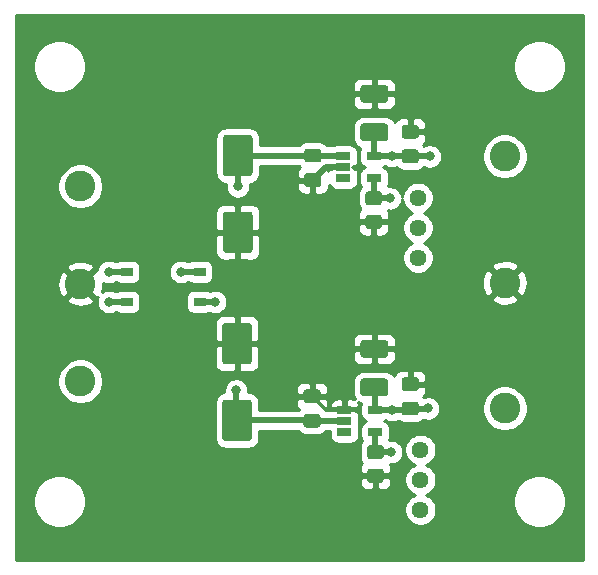
<source format=gbr>
G04 #@! TF.GenerationSoftware,KiCad,Pcbnew,(5.1.7-0-10_14)*
G04 #@! TF.CreationDate,2020-11-05T19:51:55+01:00*
G04 #@! TF.ProjectId,lv-lownoise-psu,6c762d6c-6f77-46e6-9f69-73652d707375,rev?*
G04 #@! TF.SameCoordinates,Original*
G04 #@! TF.FileFunction,Copper,L1,Top*
G04 #@! TF.FilePolarity,Positive*
%FSLAX46Y46*%
G04 Gerber Fmt 4.6, Leading zero omitted, Abs format (unit mm)*
G04 Created by KiCad (PCBNEW (5.1.7-0-10_14)) date 2020-11-05 19:51:55*
%MOMM*%
%LPD*%
G01*
G04 APERTURE LIST*
G04 #@! TA.AperFunction,SMDPad,CuDef*
%ADD10R,1.220000X0.650000*%
G04 #@! TD*
G04 #@! TA.AperFunction,ComponentPad*
%ADD11C,1.440000*%
G04 #@! TD*
G04 #@! TA.AperFunction,ComponentPad*
%ADD12C,2.600000*%
G04 #@! TD*
G04 #@! TA.AperFunction,SMDPad,CuDef*
%ADD13R,1.000000X0.800000*%
G04 #@! TD*
G04 #@! TA.AperFunction,ViaPad*
%ADD14C,0.800000*%
G04 #@! TD*
G04 #@! TA.AperFunction,ViaPad*
%ADD15C,0.600000*%
G04 #@! TD*
G04 #@! TA.AperFunction,Conductor*
%ADD16C,0.500000*%
G04 #@! TD*
G04 #@! TA.AperFunction,Conductor*
%ADD17C,0.250000*%
G04 #@! TD*
G04 #@! TA.AperFunction,Conductor*
%ADD18C,0.254000*%
G04 #@! TD*
G04 #@! TA.AperFunction,Conductor*
%ADD19C,0.100000*%
G04 #@! TD*
G04 APERTURE END LIST*
D10*
X111840000Y-74803000D03*
X111840000Y-76703000D03*
X109220000Y-76703000D03*
X109220000Y-75753000D03*
X109220000Y-74803000D03*
X111741001Y-53302001D03*
X111741001Y-55202001D03*
X109121001Y-55202001D03*
X109121001Y-54252001D03*
X109121001Y-53302001D03*
D11*
X115671600Y-83261200D03*
X115671600Y-80721200D03*
X115671600Y-78181200D03*
X115468400Y-61925200D03*
X115468400Y-59385200D03*
X115468400Y-56845200D03*
G04 #@! TA.AperFunction,SMDPad,CuDef*
G36*
G01*
X112311601Y-78984400D02*
X111411599Y-78984400D01*
G75*
G02*
X111161600Y-78734401I0J249999D01*
G01*
X111161600Y-78034399D01*
G75*
G02*
X111411599Y-77784400I249999J0D01*
G01*
X112311601Y-77784400D01*
G75*
G02*
X112561600Y-78034399I0J-249999D01*
G01*
X112561600Y-78734401D01*
G75*
G02*
X112311601Y-78984400I-249999J0D01*
G01*
G37*
G04 #@! TD.AperFunction*
G04 #@! TA.AperFunction,SMDPad,CuDef*
G36*
G01*
X112311601Y-80984400D02*
X111411599Y-80984400D01*
G75*
G02*
X111161600Y-80734401I0J249999D01*
G01*
X111161600Y-80034399D01*
G75*
G02*
X111411599Y-79784400I249999J0D01*
G01*
X112311601Y-79784400D01*
G75*
G02*
X112561600Y-80034399I0J-249999D01*
G01*
X112561600Y-80734401D01*
G75*
G02*
X112311601Y-80984400I-249999J0D01*
G01*
G37*
G04 #@! TD.AperFunction*
G04 #@! TA.AperFunction,SMDPad,CuDef*
G36*
G01*
X111259199Y-58296000D02*
X112159201Y-58296000D01*
G75*
G02*
X112409200Y-58545999I0J-249999D01*
G01*
X112409200Y-59246001D01*
G75*
G02*
X112159201Y-59496000I-249999J0D01*
G01*
X111259199Y-59496000D01*
G75*
G02*
X111009200Y-59246001I0J249999D01*
G01*
X111009200Y-58545999D01*
G75*
G02*
X111259199Y-58296000I249999J0D01*
G01*
G37*
G04 #@! TD.AperFunction*
G04 #@! TA.AperFunction,SMDPad,CuDef*
G36*
G01*
X111259199Y-56296000D02*
X112159201Y-56296000D01*
G75*
G02*
X112409200Y-56545999I0J-249999D01*
G01*
X112409200Y-57246001D01*
G75*
G02*
X112159201Y-57496000I-249999J0D01*
G01*
X111259199Y-57496000D01*
G75*
G02*
X111009200Y-57246001I0J249999D01*
G01*
X111009200Y-56545999D01*
G75*
G02*
X111259199Y-56296000I249999J0D01*
G01*
G37*
G04 #@! TD.AperFunction*
D12*
X122809000Y-74676000D03*
X122809000Y-64058800D03*
X122809000Y-53340000D03*
X86868000Y-55880000D03*
X86868000Y-64135000D03*
X86868000Y-72390000D03*
D13*
X96964500Y-63119000D03*
X96964500Y-65659000D03*
X90814500Y-65659000D03*
X90814500Y-63119000D03*
G04 #@! TA.AperFunction,SMDPad,CuDef*
G36*
G01*
X114333000Y-74110000D02*
X115283000Y-74110000D01*
G75*
G02*
X115533000Y-74360000I0J-250000D01*
G01*
X115533000Y-75035000D01*
G75*
G02*
X115283000Y-75285000I-250000J0D01*
G01*
X114333000Y-75285000D01*
G75*
G02*
X114083000Y-75035000I0J250000D01*
G01*
X114083000Y-74360000D01*
G75*
G02*
X114333000Y-74110000I250000J0D01*
G01*
G37*
G04 #@! TD.AperFunction*
G04 #@! TA.AperFunction,SMDPad,CuDef*
G36*
G01*
X114333000Y-72035000D02*
X115283000Y-72035000D01*
G75*
G02*
X115533000Y-72285000I0J-250000D01*
G01*
X115533000Y-72960000D01*
G75*
G02*
X115283000Y-73210000I-250000J0D01*
G01*
X114333000Y-73210000D01*
G75*
G02*
X114083000Y-72960000I0J250000D01*
G01*
X114083000Y-72285000D01*
G75*
G02*
X114333000Y-72035000I250000J0D01*
G01*
G37*
G04 #@! TD.AperFunction*
G04 #@! TA.AperFunction,SMDPad,CuDef*
G36*
G01*
X115283000Y-51852500D02*
X114333000Y-51852500D01*
G75*
G02*
X114083000Y-51602500I0J250000D01*
G01*
X114083000Y-50927500D01*
G75*
G02*
X114333000Y-50677500I250000J0D01*
G01*
X115283000Y-50677500D01*
G75*
G02*
X115533000Y-50927500I0J-250000D01*
G01*
X115533000Y-51602500D01*
G75*
G02*
X115283000Y-51852500I-250000J0D01*
G01*
G37*
G04 #@! TD.AperFunction*
G04 #@! TA.AperFunction,SMDPad,CuDef*
G36*
G01*
X115283000Y-53927500D02*
X114333000Y-53927500D01*
G75*
G02*
X114083000Y-53677500I0J250000D01*
G01*
X114083000Y-53002500D01*
G75*
G02*
X114333000Y-52752500I250000J0D01*
G01*
X115283000Y-52752500D01*
G75*
G02*
X115533000Y-53002500I0J-250000D01*
G01*
X115533000Y-53677500D01*
G75*
G02*
X115283000Y-53927500I-250000J0D01*
G01*
G37*
G04 #@! TD.AperFunction*
G04 #@! TA.AperFunction,SMDPad,CuDef*
G36*
G01*
X110835000Y-72148000D02*
X112685000Y-72148000D01*
G75*
G02*
X112935000Y-72398000I0J-250000D01*
G01*
X112935000Y-73398000D01*
G75*
G02*
X112685000Y-73648000I-250000J0D01*
G01*
X110835000Y-73648000D01*
G75*
G02*
X110585000Y-73398000I0J250000D01*
G01*
X110585000Y-72398000D01*
G75*
G02*
X110835000Y-72148000I250000J0D01*
G01*
G37*
G04 #@! TD.AperFunction*
G04 #@! TA.AperFunction,SMDPad,CuDef*
G36*
G01*
X110835000Y-68898000D02*
X112685000Y-68898000D01*
G75*
G02*
X112935000Y-69148000I0J-250000D01*
G01*
X112935000Y-70148000D01*
G75*
G02*
X112685000Y-70398000I-250000J0D01*
G01*
X110835000Y-70398000D01*
G75*
G02*
X110585000Y-70148000I0J250000D01*
G01*
X110585000Y-69148000D01*
G75*
G02*
X110835000Y-68898000I250000J0D01*
G01*
G37*
G04 #@! TD.AperFunction*
G04 #@! TA.AperFunction,SMDPad,CuDef*
G36*
G01*
X112685000Y-48808000D02*
X110835000Y-48808000D01*
G75*
G02*
X110585000Y-48558000I0J250000D01*
G01*
X110585000Y-47558000D01*
G75*
G02*
X110835000Y-47308000I250000J0D01*
G01*
X112685000Y-47308000D01*
G75*
G02*
X112935000Y-47558000I0J-250000D01*
G01*
X112935000Y-48558000D01*
G75*
G02*
X112685000Y-48808000I-250000J0D01*
G01*
G37*
G04 #@! TD.AperFunction*
G04 #@! TA.AperFunction,SMDPad,CuDef*
G36*
G01*
X112685000Y-52058000D02*
X110835000Y-52058000D01*
G75*
G02*
X110585000Y-51808000I0J250000D01*
G01*
X110585000Y-50808000D01*
G75*
G02*
X110835000Y-50558000I250000J0D01*
G01*
X112685000Y-50558000D01*
G75*
G02*
X112935000Y-50808000I0J-250000D01*
G01*
X112935000Y-51808000D01*
G75*
G02*
X112685000Y-52058000I-250000J0D01*
G01*
G37*
G04 #@! TD.AperFunction*
G04 #@! TA.AperFunction,SMDPad,CuDef*
G36*
G01*
X106014500Y-75147500D02*
X106964500Y-75147500D01*
G75*
G02*
X107214500Y-75397500I0J-250000D01*
G01*
X107214500Y-76072500D01*
G75*
G02*
X106964500Y-76322500I-250000J0D01*
G01*
X106014500Y-76322500D01*
G75*
G02*
X105764500Y-76072500I0J250000D01*
G01*
X105764500Y-75397500D01*
G75*
G02*
X106014500Y-75147500I250000J0D01*
G01*
G37*
G04 #@! TD.AperFunction*
G04 #@! TA.AperFunction,SMDPad,CuDef*
G36*
G01*
X106014500Y-73072500D02*
X106964500Y-73072500D01*
G75*
G02*
X107214500Y-73322500I0J-250000D01*
G01*
X107214500Y-73997500D01*
G75*
G02*
X106964500Y-74247500I-250000J0D01*
G01*
X106014500Y-74247500D01*
G75*
G02*
X105764500Y-73997500I0J250000D01*
G01*
X105764500Y-73322500D01*
G75*
G02*
X106014500Y-73072500I250000J0D01*
G01*
G37*
G04 #@! TD.AperFunction*
G04 #@! TA.AperFunction,SMDPad,CuDef*
G36*
G01*
X106078000Y-54764000D02*
X107028000Y-54764000D01*
G75*
G02*
X107278000Y-55014000I0J-250000D01*
G01*
X107278000Y-55689000D01*
G75*
G02*
X107028000Y-55939000I-250000J0D01*
G01*
X106078000Y-55939000D01*
G75*
G02*
X105828000Y-55689000I0J250000D01*
G01*
X105828000Y-55014000D01*
G75*
G02*
X106078000Y-54764000I250000J0D01*
G01*
G37*
G04 #@! TD.AperFunction*
G04 #@! TA.AperFunction,SMDPad,CuDef*
G36*
G01*
X106078000Y-52689000D02*
X107028000Y-52689000D01*
G75*
G02*
X107278000Y-52939000I0J-250000D01*
G01*
X107278000Y-53614000D01*
G75*
G02*
X107028000Y-53864000I-250000J0D01*
G01*
X106078000Y-53864000D01*
G75*
G02*
X105828000Y-53614000I0J250000D01*
G01*
X105828000Y-52939000D01*
G75*
G02*
X106078000Y-52689000I250000J0D01*
G01*
G37*
G04 #@! TD.AperFunction*
G04 #@! TA.AperFunction,SMDPad,CuDef*
G36*
G01*
X99139500Y-73942000D02*
X101139500Y-73942000D01*
G75*
G02*
X101389500Y-74192000I0J-250000D01*
G01*
X101389500Y-77192000D01*
G75*
G02*
X101139500Y-77442000I-250000J0D01*
G01*
X99139500Y-77442000D01*
G75*
G02*
X98889500Y-77192000I0J250000D01*
G01*
X98889500Y-74192000D01*
G75*
G02*
X99139500Y-73942000I250000J0D01*
G01*
G37*
G04 #@! TD.AperFunction*
G04 #@! TA.AperFunction,SMDPad,CuDef*
G36*
G01*
X99139500Y-67442000D02*
X101139500Y-67442000D01*
G75*
G02*
X101389500Y-67692000I0J-250000D01*
G01*
X101389500Y-70692000D01*
G75*
G02*
X101139500Y-70942000I-250000J0D01*
G01*
X99139500Y-70942000D01*
G75*
G02*
X98889500Y-70692000I0J250000D01*
G01*
X98889500Y-67692000D01*
G75*
G02*
X99139500Y-67442000I250000J0D01*
G01*
G37*
G04 #@! TD.AperFunction*
G04 #@! TA.AperFunction,SMDPad,CuDef*
G36*
G01*
X99203000Y-58026500D02*
X101203000Y-58026500D01*
G75*
G02*
X101453000Y-58276500I0J-250000D01*
G01*
X101453000Y-61276500D01*
G75*
G02*
X101203000Y-61526500I-250000J0D01*
G01*
X99203000Y-61526500D01*
G75*
G02*
X98953000Y-61276500I0J250000D01*
G01*
X98953000Y-58276500D01*
G75*
G02*
X99203000Y-58026500I250000J0D01*
G01*
G37*
G04 #@! TD.AperFunction*
G04 #@! TA.AperFunction,SMDPad,CuDef*
G36*
G01*
X99203000Y-51526500D02*
X101203000Y-51526500D01*
G75*
G02*
X101453000Y-51776500I0J-250000D01*
G01*
X101453000Y-54776500D01*
G75*
G02*
X101203000Y-55026500I-250000J0D01*
G01*
X99203000Y-55026500D01*
G75*
G02*
X98953000Y-54776500I0J250000D01*
G01*
X98953000Y-51776500D01*
G75*
G02*
X99203000Y-51526500I250000J0D01*
G01*
G37*
G04 #@! TD.AperFunction*
D14*
X100203000Y-55880000D03*
X98298000Y-65659000D03*
X95377000Y-63119000D03*
X100076000Y-73152000D03*
X113246001Y-53302001D03*
X116459000Y-53340000D03*
D15*
X111741001Y-53302001D03*
D14*
X116332000Y-74676000D03*
X113284000Y-74803000D03*
D15*
X111840000Y-74803000D03*
D14*
X89281000Y-65659000D03*
X89281000Y-63119000D03*
X113080800Y-56896000D03*
X113182400Y-78384400D03*
D15*
X109121001Y-55202001D03*
X109220000Y-76703000D03*
D16*
X107652499Y-54252001D02*
X106553000Y-55351500D01*
X109121001Y-54252001D02*
X107652499Y-54252001D01*
D17*
X107632500Y-74803000D02*
X106489500Y-73660000D01*
X109220000Y-74803000D02*
X107632500Y-74803000D01*
D16*
X100203000Y-53276500D02*
X106553000Y-53276500D01*
X109095500Y-53276500D02*
X109121001Y-53302001D01*
X106553000Y-53276500D02*
X109095500Y-53276500D01*
X100203000Y-53276500D02*
X100203000Y-55880000D01*
X98298000Y-65659000D02*
X96964500Y-65659000D01*
X96964500Y-63119000D02*
X95377000Y-63119000D01*
X100076000Y-75628500D02*
X100139500Y-75692000D01*
X100076000Y-73152000D02*
X100076000Y-75628500D01*
X106446500Y-75692000D02*
X106489500Y-75735000D01*
X100139500Y-75692000D02*
X106446500Y-75692000D01*
X109202000Y-75735000D02*
X109220000Y-75753000D01*
X106489500Y-75735000D02*
X109202000Y-75735000D01*
X114770001Y-53302001D02*
X114808000Y-53340000D01*
X111741001Y-51326999D02*
X111760000Y-51308000D01*
X111741001Y-53302001D02*
X111741001Y-51326999D01*
X113246001Y-53302001D02*
X114770001Y-53302001D01*
X111741001Y-53302001D02*
X113246001Y-53302001D01*
X114808000Y-53340000D02*
X116459000Y-53340000D01*
X111840000Y-72978000D02*
X111760000Y-72898000D01*
X111840000Y-74803000D02*
X111840000Y-72978000D01*
X114702500Y-74803000D02*
X114808000Y-74697500D01*
X116310500Y-74697500D02*
X116332000Y-74676000D01*
X114808000Y-74697500D02*
X116310500Y-74697500D01*
X113284000Y-74803000D02*
X114702500Y-74803000D01*
X111840000Y-74803000D02*
X113284000Y-74803000D01*
X90814500Y-65659000D02*
X89281000Y-65659000D01*
X90814500Y-63119000D02*
X89281000Y-63119000D01*
X111709200Y-55233802D02*
X111741001Y-55202001D01*
X111709200Y-56896000D02*
X111709200Y-55233802D01*
X111709200Y-56896000D02*
X113080800Y-56896000D01*
X111840000Y-78362800D02*
X111861600Y-78384400D01*
X111840000Y-76703000D02*
X111840000Y-78362800D01*
X111861600Y-78384400D02*
X113182400Y-78384400D01*
D18*
X129413000Y-87503000D02*
X81407000Y-87503000D01*
X81407000Y-82329872D01*
X82855000Y-82329872D01*
X82855000Y-82770128D01*
X82940890Y-83201925D01*
X83109369Y-83608669D01*
X83353962Y-83974729D01*
X83665271Y-84286038D01*
X84031331Y-84530631D01*
X84438075Y-84699110D01*
X84869872Y-84785000D01*
X85310128Y-84785000D01*
X85741925Y-84699110D01*
X86148669Y-84530631D01*
X86514729Y-84286038D01*
X86826038Y-83974729D01*
X87070631Y-83608669D01*
X87239110Y-83201925D01*
X87325000Y-82770128D01*
X87325000Y-82329872D01*
X87239110Y-81898075D01*
X87070631Y-81491331D01*
X86826038Y-81125271D01*
X86685167Y-80984400D01*
X110523528Y-80984400D01*
X110535788Y-81108882D01*
X110572098Y-81228580D01*
X110631063Y-81338894D01*
X110710415Y-81435585D01*
X110807106Y-81514937D01*
X110917420Y-81573902D01*
X111037118Y-81610212D01*
X111161600Y-81622472D01*
X111575850Y-81619400D01*
X111734600Y-81460650D01*
X111734600Y-80511400D01*
X111988600Y-80511400D01*
X111988600Y-81460650D01*
X112147350Y-81619400D01*
X112561600Y-81622472D01*
X112686082Y-81610212D01*
X112805780Y-81573902D01*
X112916094Y-81514937D01*
X113012785Y-81435585D01*
X113092137Y-81338894D01*
X113151102Y-81228580D01*
X113187412Y-81108882D01*
X113199672Y-80984400D01*
X113196600Y-80670150D01*
X113037850Y-80511400D01*
X111988600Y-80511400D01*
X111734600Y-80511400D01*
X110685350Y-80511400D01*
X110526600Y-80670150D01*
X110523528Y-80984400D01*
X86685167Y-80984400D01*
X86514729Y-80813962D01*
X86148669Y-80569369D01*
X85741925Y-80400890D01*
X85310128Y-80315000D01*
X84869872Y-80315000D01*
X84438075Y-80400890D01*
X84031331Y-80569369D01*
X83665271Y-80813962D01*
X83353962Y-81125271D01*
X83109369Y-81491331D01*
X82940890Y-81898075D01*
X82855000Y-82329872D01*
X81407000Y-82329872D01*
X81407000Y-72199419D01*
X84933000Y-72199419D01*
X84933000Y-72580581D01*
X85007361Y-72954419D01*
X85153225Y-73306566D01*
X85364987Y-73623491D01*
X85634509Y-73893013D01*
X85951434Y-74104775D01*
X86303581Y-74250639D01*
X86677419Y-74325000D01*
X87058581Y-74325000D01*
X87432419Y-74250639D01*
X87573986Y-74192000D01*
X98251428Y-74192000D01*
X98251428Y-77192000D01*
X98268492Y-77365254D01*
X98319028Y-77531850D01*
X98401095Y-77685386D01*
X98511538Y-77819962D01*
X98646114Y-77930405D01*
X98799650Y-78012472D01*
X98966246Y-78063008D01*
X99139500Y-78080072D01*
X101139500Y-78080072D01*
X101312754Y-78063008D01*
X101479350Y-78012472D01*
X101632886Y-77930405D01*
X101767462Y-77819962D01*
X101877905Y-77685386D01*
X101959972Y-77531850D01*
X102010508Y-77365254D01*
X102027572Y-77192000D01*
X102027572Y-76577000D01*
X105285216Y-76577000D01*
X105386538Y-76700462D01*
X105521114Y-76810905D01*
X105674650Y-76892972D01*
X105841246Y-76943508D01*
X106014500Y-76960572D01*
X106964500Y-76960572D01*
X107137754Y-76943508D01*
X107304350Y-76892972D01*
X107457886Y-76810905D01*
X107592462Y-76700462D01*
X107658495Y-76620000D01*
X107971928Y-76620000D01*
X107971928Y-77028000D01*
X107984188Y-77152482D01*
X108020498Y-77272180D01*
X108079463Y-77382494D01*
X108158815Y-77479185D01*
X108255506Y-77558537D01*
X108365820Y-77617502D01*
X108485518Y-77653812D01*
X108610000Y-77666072D01*
X109830000Y-77666072D01*
X109954482Y-77653812D01*
X110074180Y-77617502D01*
X110184494Y-77558537D01*
X110281185Y-77479185D01*
X110360537Y-77382494D01*
X110419502Y-77272180D01*
X110455812Y-77152482D01*
X110468072Y-77028000D01*
X110468072Y-76378000D01*
X110455812Y-76253518D01*
X110448071Y-76228000D01*
X110455812Y-76202482D01*
X110468072Y-76078000D01*
X110468072Y-75428000D01*
X110455812Y-75303518D01*
X110448071Y-75278000D01*
X110455812Y-75252482D01*
X110468072Y-75128000D01*
X110465000Y-75088750D01*
X110306250Y-74930000D01*
X110224141Y-74930000D01*
X110184494Y-74897463D01*
X110074180Y-74838498D01*
X109954482Y-74802188D01*
X109830000Y-74789928D01*
X108610000Y-74789928D01*
X108485518Y-74802188D01*
X108365820Y-74838498D01*
X108344302Y-74850000D01*
X107658495Y-74850000D01*
X107592462Y-74769538D01*
X107585906Y-74764158D01*
X107665685Y-74698685D01*
X107745037Y-74601994D01*
X107804002Y-74491680D01*
X107808151Y-74478000D01*
X107971928Y-74478000D01*
X107975000Y-74517250D01*
X108133750Y-74676000D01*
X109093000Y-74676000D01*
X109093000Y-74001750D01*
X109347000Y-74001750D01*
X109347000Y-74676000D01*
X110306250Y-74676000D01*
X110465000Y-74517250D01*
X110468072Y-74478000D01*
X110455812Y-74353518D01*
X110419502Y-74233820D01*
X110377759Y-74155725D01*
X110495150Y-74218472D01*
X110632514Y-74260141D01*
X110604188Y-74353518D01*
X110591928Y-74478000D01*
X110591928Y-75128000D01*
X110604188Y-75252482D01*
X110640498Y-75372180D01*
X110699463Y-75482494D01*
X110778815Y-75579185D01*
X110875506Y-75658537D01*
X110985820Y-75717502D01*
X111102841Y-75753000D01*
X110985820Y-75788498D01*
X110875506Y-75847463D01*
X110778815Y-75926815D01*
X110699463Y-76023506D01*
X110640498Y-76133820D01*
X110604188Y-76253518D01*
X110591928Y-76378000D01*
X110591928Y-77028000D01*
X110604188Y-77152482D01*
X110640498Y-77272180D01*
X110699463Y-77382494D01*
X110751376Y-77445750D01*
X110673195Y-77541013D01*
X110591128Y-77694549D01*
X110540592Y-77861145D01*
X110523528Y-78034399D01*
X110523528Y-78734401D01*
X110540592Y-78907655D01*
X110591128Y-79074251D01*
X110673195Y-79227787D01*
X110739876Y-79309037D01*
X110710415Y-79333215D01*
X110631063Y-79429906D01*
X110572098Y-79540220D01*
X110535788Y-79659918D01*
X110523528Y-79784400D01*
X110526600Y-80098650D01*
X110685350Y-80257400D01*
X111734600Y-80257400D01*
X111734600Y-80237400D01*
X111988600Y-80237400D01*
X111988600Y-80257400D01*
X113037850Y-80257400D01*
X113196600Y-80098650D01*
X113199672Y-79784400D01*
X113187412Y-79659918D01*
X113151102Y-79540220D01*
X113092137Y-79429906D01*
X113083515Y-79419400D01*
X113284339Y-79419400D01*
X113484298Y-79379626D01*
X113672656Y-79301605D01*
X113842174Y-79188337D01*
X113986337Y-79044174D01*
X114099605Y-78874656D01*
X114177626Y-78686298D01*
X114217400Y-78486339D01*
X114217400Y-78282461D01*
X114177626Y-78082502D01*
X114163229Y-78047744D01*
X114316600Y-78047744D01*
X114316600Y-78314656D01*
X114368672Y-78576439D01*
X114470815Y-78823033D01*
X114619103Y-79044962D01*
X114807838Y-79233697D01*
X115029767Y-79381985D01*
X115196866Y-79451200D01*
X115029767Y-79520415D01*
X114807838Y-79668703D01*
X114619103Y-79857438D01*
X114470815Y-80079367D01*
X114368672Y-80325961D01*
X114316600Y-80587744D01*
X114316600Y-80854656D01*
X114368672Y-81116439D01*
X114470815Y-81363033D01*
X114619103Y-81584962D01*
X114807838Y-81773697D01*
X115029767Y-81921985D01*
X115196866Y-81991200D01*
X115029767Y-82060415D01*
X114807838Y-82208703D01*
X114619103Y-82397438D01*
X114470815Y-82619367D01*
X114368672Y-82865961D01*
X114316600Y-83127744D01*
X114316600Y-83394656D01*
X114368672Y-83656439D01*
X114470815Y-83903033D01*
X114619103Y-84124962D01*
X114807838Y-84313697D01*
X115029767Y-84461985D01*
X115276361Y-84564128D01*
X115538144Y-84616200D01*
X115805056Y-84616200D01*
X116066839Y-84564128D01*
X116313433Y-84461985D01*
X116535362Y-84313697D01*
X116724097Y-84124962D01*
X116872385Y-83903033D01*
X116974528Y-83656439D01*
X117026600Y-83394656D01*
X117026600Y-83127744D01*
X116974528Y-82865961D01*
X116872385Y-82619367D01*
X116724097Y-82397438D01*
X116656531Y-82329872D01*
X123495000Y-82329872D01*
X123495000Y-82770128D01*
X123580890Y-83201925D01*
X123749369Y-83608669D01*
X123993962Y-83974729D01*
X124305271Y-84286038D01*
X124671331Y-84530631D01*
X125078075Y-84699110D01*
X125509872Y-84785000D01*
X125950128Y-84785000D01*
X126381925Y-84699110D01*
X126788669Y-84530631D01*
X127154729Y-84286038D01*
X127466038Y-83974729D01*
X127710631Y-83608669D01*
X127879110Y-83201925D01*
X127965000Y-82770128D01*
X127965000Y-82329872D01*
X127879110Y-81898075D01*
X127710631Y-81491331D01*
X127466038Y-81125271D01*
X127154729Y-80813962D01*
X126788669Y-80569369D01*
X126381925Y-80400890D01*
X125950128Y-80315000D01*
X125509872Y-80315000D01*
X125078075Y-80400890D01*
X124671331Y-80569369D01*
X124305271Y-80813962D01*
X123993962Y-81125271D01*
X123749369Y-81491331D01*
X123580890Y-81898075D01*
X123495000Y-82329872D01*
X116656531Y-82329872D01*
X116535362Y-82208703D01*
X116313433Y-82060415D01*
X116146334Y-81991200D01*
X116313433Y-81921985D01*
X116535362Y-81773697D01*
X116724097Y-81584962D01*
X116872385Y-81363033D01*
X116974528Y-81116439D01*
X117026600Y-80854656D01*
X117026600Y-80587744D01*
X116974528Y-80325961D01*
X116872385Y-80079367D01*
X116724097Y-79857438D01*
X116535362Y-79668703D01*
X116313433Y-79520415D01*
X116146334Y-79451200D01*
X116313433Y-79381985D01*
X116535362Y-79233697D01*
X116724097Y-79044962D01*
X116872385Y-78823033D01*
X116974528Y-78576439D01*
X117026600Y-78314656D01*
X117026600Y-78047744D01*
X116974528Y-77785961D01*
X116872385Y-77539367D01*
X116724097Y-77317438D01*
X116535362Y-77128703D01*
X116313433Y-76980415D01*
X116066839Y-76878272D01*
X115805056Y-76826200D01*
X115538144Y-76826200D01*
X115276361Y-76878272D01*
X115029767Y-76980415D01*
X114807838Y-77128703D01*
X114619103Y-77317438D01*
X114470815Y-77539367D01*
X114368672Y-77785961D01*
X114316600Y-78047744D01*
X114163229Y-78047744D01*
X114099605Y-77894144D01*
X113986337Y-77724626D01*
X113842174Y-77580463D01*
X113672656Y-77467195D01*
X113484298Y-77389174D01*
X113284339Y-77349400D01*
X113080461Y-77349400D01*
X112988443Y-77367703D01*
X113039502Y-77272180D01*
X113075812Y-77152482D01*
X113088072Y-77028000D01*
X113088072Y-76378000D01*
X113075812Y-76253518D01*
X113039502Y-76133820D01*
X112980537Y-76023506D01*
X112901185Y-75926815D01*
X112804494Y-75847463D01*
X112694180Y-75788498D01*
X112577159Y-75753000D01*
X112694180Y-75717502D01*
X112747247Y-75689137D01*
X112793744Y-75720205D01*
X112982102Y-75798226D01*
X113182061Y-75838000D01*
X113385939Y-75838000D01*
X113585898Y-75798226D01*
X113774256Y-75720205D01*
X113774550Y-75720009D01*
X113839614Y-75773405D01*
X113993150Y-75855472D01*
X114159746Y-75906008D01*
X114333000Y-75923072D01*
X115283000Y-75923072D01*
X115456254Y-75906008D01*
X115622850Y-75855472D01*
X115776386Y-75773405D01*
X115910962Y-75662962D01*
X115936126Y-75632300D01*
X116030102Y-75671226D01*
X116230061Y-75711000D01*
X116433939Y-75711000D01*
X116633898Y-75671226D01*
X116822256Y-75593205D01*
X116991774Y-75479937D01*
X117135937Y-75335774D01*
X117249205Y-75166256D01*
X117327226Y-74977898D01*
X117367000Y-74777939D01*
X117367000Y-74574061D01*
X117349369Y-74485419D01*
X120874000Y-74485419D01*
X120874000Y-74866581D01*
X120948361Y-75240419D01*
X121094225Y-75592566D01*
X121305987Y-75909491D01*
X121575509Y-76179013D01*
X121892434Y-76390775D01*
X122244581Y-76536639D01*
X122618419Y-76611000D01*
X122999581Y-76611000D01*
X123373419Y-76536639D01*
X123725566Y-76390775D01*
X124042491Y-76179013D01*
X124312013Y-75909491D01*
X124523775Y-75592566D01*
X124669639Y-75240419D01*
X124744000Y-74866581D01*
X124744000Y-74485419D01*
X124669639Y-74111581D01*
X124523775Y-73759434D01*
X124312013Y-73442509D01*
X124042491Y-73172987D01*
X123725566Y-72961225D01*
X123373419Y-72815361D01*
X122999581Y-72741000D01*
X122618419Y-72741000D01*
X122244581Y-72815361D01*
X121892434Y-72961225D01*
X121575509Y-73172987D01*
X121305987Y-73442509D01*
X121094225Y-73759434D01*
X120948361Y-74111581D01*
X120874000Y-74485419D01*
X117349369Y-74485419D01*
X117327226Y-74374102D01*
X117249205Y-74185744D01*
X117135937Y-74016226D01*
X116991774Y-73872063D01*
X116822256Y-73758795D01*
X116633898Y-73680774D01*
X116433939Y-73641000D01*
X116230061Y-73641000D01*
X116030102Y-73680774D01*
X115909412Y-73730766D01*
X115904406Y-73726658D01*
X115984185Y-73661185D01*
X116063537Y-73564494D01*
X116122502Y-73454180D01*
X116158812Y-73334482D01*
X116171072Y-73210000D01*
X116168000Y-72908250D01*
X116009250Y-72749500D01*
X114935000Y-72749500D01*
X114935000Y-72769500D01*
X114681000Y-72769500D01*
X114681000Y-72749500D01*
X114661000Y-72749500D01*
X114661000Y-72495500D01*
X114681000Y-72495500D01*
X114681000Y-71558750D01*
X114935000Y-71558750D01*
X114935000Y-72495500D01*
X116009250Y-72495500D01*
X116168000Y-72336750D01*
X116171072Y-72035000D01*
X116158812Y-71910518D01*
X116122502Y-71790820D01*
X116063537Y-71680506D01*
X115984185Y-71583815D01*
X115887494Y-71504463D01*
X115777180Y-71445498D01*
X115657482Y-71409188D01*
X115533000Y-71396928D01*
X115093750Y-71400000D01*
X114935000Y-71558750D01*
X114681000Y-71558750D01*
X114522250Y-71400000D01*
X114083000Y-71396928D01*
X113958518Y-71409188D01*
X113838820Y-71445498D01*
X113728506Y-71504463D01*
X113631815Y-71583815D01*
X113552463Y-71680506D01*
X113493498Y-71790820D01*
X113457188Y-71910518D01*
X113452423Y-71958902D01*
X113423405Y-71904614D01*
X113312962Y-71770038D01*
X113178386Y-71659595D01*
X113024850Y-71577528D01*
X112858254Y-71526992D01*
X112685000Y-71509928D01*
X110835000Y-71509928D01*
X110661746Y-71526992D01*
X110495150Y-71577528D01*
X110341614Y-71659595D01*
X110207038Y-71770038D01*
X110096595Y-71904614D01*
X110014528Y-72058150D01*
X109963992Y-72224746D01*
X109946928Y-72398000D01*
X109946928Y-73398000D01*
X109963992Y-73571254D01*
X110014528Y-73737850D01*
X110096595Y-73891386D01*
X110109889Y-73907585D01*
X110074180Y-73888498D01*
X109954482Y-73852188D01*
X109830000Y-73839928D01*
X109505750Y-73843000D01*
X109347000Y-74001750D01*
X109093000Y-74001750D01*
X108934250Y-73843000D01*
X108610000Y-73839928D01*
X108485518Y-73852188D01*
X108365820Y-73888498D01*
X108255506Y-73947463D01*
X108158815Y-74026815D01*
X108079463Y-74123506D01*
X108020498Y-74233820D01*
X107984188Y-74353518D01*
X107971928Y-74478000D01*
X107808151Y-74478000D01*
X107840312Y-74371982D01*
X107852572Y-74247500D01*
X107849500Y-73945750D01*
X107690750Y-73787000D01*
X106616500Y-73787000D01*
X106616500Y-73807000D01*
X106362500Y-73807000D01*
X106362500Y-73787000D01*
X105288250Y-73787000D01*
X105129500Y-73945750D01*
X105126428Y-74247500D01*
X105138688Y-74371982D01*
X105174998Y-74491680D01*
X105233963Y-74601994D01*
X105313315Y-74698685D01*
X105393094Y-74764158D01*
X105386538Y-74769538D01*
X105355794Y-74807000D01*
X102027572Y-74807000D01*
X102027572Y-74192000D01*
X102010508Y-74018746D01*
X101959972Y-73852150D01*
X101877905Y-73698614D01*
X101767462Y-73564038D01*
X101632886Y-73453595D01*
X101479350Y-73371528D01*
X101312754Y-73320992D01*
X101139500Y-73303928D01*
X101101057Y-73303928D01*
X101111000Y-73253939D01*
X101111000Y-73072500D01*
X105126428Y-73072500D01*
X105129500Y-73374250D01*
X105288250Y-73533000D01*
X106362500Y-73533000D01*
X106362500Y-72596250D01*
X106616500Y-72596250D01*
X106616500Y-73533000D01*
X107690750Y-73533000D01*
X107849500Y-73374250D01*
X107852572Y-73072500D01*
X107840312Y-72948018D01*
X107804002Y-72828320D01*
X107745037Y-72718006D01*
X107665685Y-72621315D01*
X107568994Y-72541963D01*
X107458680Y-72482998D01*
X107338982Y-72446688D01*
X107214500Y-72434428D01*
X106775250Y-72437500D01*
X106616500Y-72596250D01*
X106362500Y-72596250D01*
X106203750Y-72437500D01*
X105764500Y-72434428D01*
X105640018Y-72446688D01*
X105520320Y-72482998D01*
X105410006Y-72541963D01*
X105313315Y-72621315D01*
X105233963Y-72718006D01*
X105174998Y-72828320D01*
X105138688Y-72948018D01*
X105126428Y-73072500D01*
X101111000Y-73072500D01*
X101111000Y-73050061D01*
X101071226Y-72850102D01*
X100993205Y-72661744D01*
X100879937Y-72492226D01*
X100735774Y-72348063D01*
X100566256Y-72234795D01*
X100377898Y-72156774D01*
X100177939Y-72117000D01*
X99974061Y-72117000D01*
X99774102Y-72156774D01*
X99585744Y-72234795D01*
X99416226Y-72348063D01*
X99272063Y-72492226D01*
X99158795Y-72661744D01*
X99080774Y-72850102D01*
X99041000Y-73050061D01*
X99041000Y-73253939D01*
X99052645Y-73312482D01*
X98966246Y-73320992D01*
X98799650Y-73371528D01*
X98646114Y-73453595D01*
X98511538Y-73564038D01*
X98401095Y-73698614D01*
X98319028Y-73852150D01*
X98268492Y-74018746D01*
X98251428Y-74192000D01*
X87573986Y-74192000D01*
X87784566Y-74104775D01*
X88101491Y-73893013D01*
X88371013Y-73623491D01*
X88582775Y-73306566D01*
X88728639Y-72954419D01*
X88803000Y-72580581D01*
X88803000Y-72199419D01*
X88728639Y-71825581D01*
X88582775Y-71473434D01*
X88371013Y-71156509D01*
X88156504Y-70942000D01*
X98251428Y-70942000D01*
X98263688Y-71066482D01*
X98299998Y-71186180D01*
X98358963Y-71296494D01*
X98438315Y-71393185D01*
X98535006Y-71472537D01*
X98645320Y-71531502D01*
X98765018Y-71567812D01*
X98889500Y-71580072D01*
X99853750Y-71577000D01*
X100012500Y-71418250D01*
X100012500Y-69319000D01*
X100266500Y-69319000D01*
X100266500Y-71418250D01*
X100425250Y-71577000D01*
X101389500Y-71580072D01*
X101513982Y-71567812D01*
X101633680Y-71531502D01*
X101743994Y-71472537D01*
X101840685Y-71393185D01*
X101920037Y-71296494D01*
X101979002Y-71186180D01*
X102015312Y-71066482D01*
X102027572Y-70942000D01*
X102026431Y-70398000D01*
X109946928Y-70398000D01*
X109959188Y-70522482D01*
X109995498Y-70642180D01*
X110054463Y-70752494D01*
X110133815Y-70849185D01*
X110230506Y-70928537D01*
X110340820Y-70987502D01*
X110460518Y-71023812D01*
X110585000Y-71036072D01*
X111474250Y-71033000D01*
X111633000Y-70874250D01*
X111633000Y-69775000D01*
X111887000Y-69775000D01*
X111887000Y-70874250D01*
X112045750Y-71033000D01*
X112935000Y-71036072D01*
X113059482Y-71023812D01*
X113179180Y-70987502D01*
X113289494Y-70928537D01*
X113386185Y-70849185D01*
X113465537Y-70752494D01*
X113524502Y-70642180D01*
X113560812Y-70522482D01*
X113573072Y-70398000D01*
X113570000Y-69933750D01*
X113411250Y-69775000D01*
X111887000Y-69775000D01*
X111633000Y-69775000D01*
X110108750Y-69775000D01*
X109950000Y-69933750D01*
X109946928Y-70398000D01*
X102026431Y-70398000D01*
X102024500Y-69477750D01*
X101865750Y-69319000D01*
X100266500Y-69319000D01*
X100012500Y-69319000D01*
X98413250Y-69319000D01*
X98254500Y-69477750D01*
X98251428Y-70942000D01*
X88156504Y-70942000D01*
X88101491Y-70886987D01*
X87784566Y-70675225D01*
X87432419Y-70529361D01*
X87058581Y-70455000D01*
X86677419Y-70455000D01*
X86303581Y-70529361D01*
X85951434Y-70675225D01*
X85634509Y-70886987D01*
X85364987Y-71156509D01*
X85153225Y-71473434D01*
X85007361Y-71825581D01*
X84933000Y-72199419D01*
X81407000Y-72199419D01*
X81407000Y-67442000D01*
X98251428Y-67442000D01*
X98254500Y-68906250D01*
X98413250Y-69065000D01*
X100012500Y-69065000D01*
X100012500Y-66965750D01*
X100266500Y-66965750D01*
X100266500Y-69065000D01*
X101865750Y-69065000D01*
X102024500Y-68906250D01*
X102024517Y-68898000D01*
X109946928Y-68898000D01*
X109950000Y-69362250D01*
X110108750Y-69521000D01*
X111633000Y-69521000D01*
X111633000Y-68421750D01*
X111887000Y-68421750D01*
X111887000Y-69521000D01*
X113411250Y-69521000D01*
X113570000Y-69362250D01*
X113573072Y-68898000D01*
X113560812Y-68773518D01*
X113524502Y-68653820D01*
X113465537Y-68543506D01*
X113386185Y-68446815D01*
X113289494Y-68367463D01*
X113179180Y-68308498D01*
X113059482Y-68272188D01*
X112935000Y-68259928D01*
X112045750Y-68263000D01*
X111887000Y-68421750D01*
X111633000Y-68421750D01*
X111474250Y-68263000D01*
X110585000Y-68259928D01*
X110460518Y-68272188D01*
X110340820Y-68308498D01*
X110230506Y-68367463D01*
X110133815Y-68446815D01*
X110054463Y-68543506D01*
X109995498Y-68653820D01*
X109959188Y-68773518D01*
X109946928Y-68898000D01*
X102024517Y-68898000D01*
X102027572Y-67442000D01*
X102015312Y-67317518D01*
X101979002Y-67197820D01*
X101920037Y-67087506D01*
X101840685Y-66990815D01*
X101743994Y-66911463D01*
X101633680Y-66852498D01*
X101513982Y-66816188D01*
X101389500Y-66803928D01*
X100425250Y-66807000D01*
X100266500Y-66965750D01*
X100012500Y-66965750D01*
X99853750Y-66807000D01*
X98889500Y-66803928D01*
X98765018Y-66816188D01*
X98645320Y-66852498D01*
X98535006Y-66911463D01*
X98438315Y-66990815D01*
X98358963Y-67087506D01*
X98299998Y-67197820D01*
X98263688Y-67317518D01*
X98251428Y-67442000D01*
X81407000Y-67442000D01*
X81407000Y-65484224D01*
X85698381Y-65484224D01*
X85830317Y-65779312D01*
X86171045Y-65950159D01*
X86538557Y-66051250D01*
X86918729Y-66078701D01*
X87296951Y-66031457D01*
X87658690Y-65911333D01*
X87905683Y-65779312D01*
X88037619Y-65484224D01*
X86868000Y-64314605D01*
X85698381Y-65484224D01*
X81407000Y-65484224D01*
X81407000Y-64185729D01*
X84924299Y-64185729D01*
X84971543Y-64563951D01*
X85091667Y-64925690D01*
X85223688Y-65172683D01*
X85518776Y-65304619D01*
X86688395Y-64135000D01*
X87047605Y-64135000D01*
X88217224Y-65304619D01*
X88328036Y-65255074D01*
X88285774Y-65357102D01*
X88246000Y-65557061D01*
X88246000Y-65760939D01*
X88285774Y-65960898D01*
X88363795Y-66149256D01*
X88477063Y-66318774D01*
X88621226Y-66462937D01*
X88790744Y-66576205D01*
X88979102Y-66654226D01*
X89179061Y-66694000D01*
X89382939Y-66694000D01*
X89582898Y-66654226D01*
X89771256Y-66576205D01*
X89819454Y-66544000D01*
X89904519Y-66544000D01*
X89960006Y-66589537D01*
X90070320Y-66648502D01*
X90190018Y-66684812D01*
X90314500Y-66697072D01*
X91314500Y-66697072D01*
X91438982Y-66684812D01*
X91558680Y-66648502D01*
X91668994Y-66589537D01*
X91765685Y-66510185D01*
X91845037Y-66413494D01*
X91904002Y-66303180D01*
X91940312Y-66183482D01*
X91952572Y-66059000D01*
X91952572Y-65259000D01*
X95826428Y-65259000D01*
X95826428Y-66059000D01*
X95838688Y-66183482D01*
X95874998Y-66303180D01*
X95933963Y-66413494D01*
X96013315Y-66510185D01*
X96110006Y-66589537D01*
X96220320Y-66648502D01*
X96340018Y-66684812D01*
X96464500Y-66697072D01*
X97464500Y-66697072D01*
X97588982Y-66684812D01*
X97708680Y-66648502D01*
X97818994Y-66589537D01*
X97826017Y-66583774D01*
X97996102Y-66654226D01*
X98196061Y-66694000D01*
X98399939Y-66694000D01*
X98599898Y-66654226D01*
X98788256Y-66576205D01*
X98957774Y-66462937D01*
X99101937Y-66318774D01*
X99215205Y-66149256D01*
X99293226Y-65960898D01*
X99333000Y-65760939D01*
X99333000Y-65557061D01*
X99303355Y-65408024D01*
X121639381Y-65408024D01*
X121771317Y-65703112D01*
X122112045Y-65873959D01*
X122479557Y-65975050D01*
X122859729Y-66002501D01*
X123237951Y-65955257D01*
X123599690Y-65835133D01*
X123846683Y-65703112D01*
X123978619Y-65408024D01*
X122809000Y-64238405D01*
X121639381Y-65408024D01*
X99303355Y-65408024D01*
X99293226Y-65357102D01*
X99215205Y-65168744D01*
X99101937Y-64999226D01*
X98957774Y-64855063D01*
X98788256Y-64741795D01*
X98599898Y-64663774D01*
X98399939Y-64624000D01*
X98196061Y-64624000D01*
X97996102Y-64663774D01*
X97826017Y-64734226D01*
X97818994Y-64728463D01*
X97708680Y-64669498D01*
X97588982Y-64633188D01*
X97464500Y-64620928D01*
X96464500Y-64620928D01*
X96340018Y-64633188D01*
X96220320Y-64669498D01*
X96110006Y-64728463D01*
X96013315Y-64807815D01*
X95933963Y-64904506D01*
X95874998Y-65014820D01*
X95838688Y-65134518D01*
X95826428Y-65259000D01*
X91952572Y-65259000D01*
X91940312Y-65134518D01*
X91904002Y-65014820D01*
X91845037Y-64904506D01*
X91765685Y-64807815D01*
X91668994Y-64728463D01*
X91558680Y-64669498D01*
X91438982Y-64633188D01*
X91314500Y-64620928D01*
X90314500Y-64620928D01*
X90190018Y-64633188D01*
X90070320Y-64669498D01*
X89960006Y-64728463D01*
X89904519Y-64774000D01*
X89819454Y-64774000D01*
X89771256Y-64741795D01*
X89582898Y-64663774D01*
X89382939Y-64624000D01*
X89179061Y-64624000D01*
X88979102Y-64663774D01*
X88790744Y-64741795D01*
X88689318Y-64809566D01*
X88784250Y-64464443D01*
X88811701Y-64084271D01*
X88806513Y-64042737D01*
X88979102Y-64114226D01*
X89179061Y-64154000D01*
X89382939Y-64154000D01*
X89582898Y-64114226D01*
X89771256Y-64036205D01*
X89819454Y-64004000D01*
X89904519Y-64004000D01*
X89960006Y-64049537D01*
X90070320Y-64108502D01*
X90190018Y-64144812D01*
X90314500Y-64157072D01*
X91314500Y-64157072D01*
X91438982Y-64144812D01*
X91558680Y-64108502D01*
X91668994Y-64049537D01*
X91765685Y-63970185D01*
X91845037Y-63873494D01*
X91904002Y-63763180D01*
X91940312Y-63643482D01*
X91952572Y-63519000D01*
X91952572Y-63017061D01*
X94342000Y-63017061D01*
X94342000Y-63220939D01*
X94381774Y-63420898D01*
X94459795Y-63609256D01*
X94573063Y-63778774D01*
X94717226Y-63922937D01*
X94886744Y-64036205D01*
X95075102Y-64114226D01*
X95275061Y-64154000D01*
X95478939Y-64154000D01*
X95678898Y-64114226D01*
X95867256Y-64036205D01*
X95915454Y-64004000D01*
X96054519Y-64004000D01*
X96110006Y-64049537D01*
X96220320Y-64108502D01*
X96340018Y-64144812D01*
X96464500Y-64157072D01*
X97464500Y-64157072D01*
X97588982Y-64144812D01*
X97705294Y-64109529D01*
X120865299Y-64109529D01*
X120912543Y-64487751D01*
X121032667Y-64849490D01*
X121164688Y-65096483D01*
X121459776Y-65228419D01*
X122629395Y-64058800D01*
X122988605Y-64058800D01*
X124158224Y-65228419D01*
X124453312Y-65096483D01*
X124624159Y-64755755D01*
X124725250Y-64388243D01*
X124752701Y-64008071D01*
X124705457Y-63629849D01*
X124585333Y-63268110D01*
X124453312Y-63021117D01*
X124158224Y-62889181D01*
X122988605Y-64058800D01*
X122629395Y-64058800D01*
X121459776Y-62889181D01*
X121164688Y-63021117D01*
X120993841Y-63361845D01*
X120892750Y-63729357D01*
X120865299Y-64109529D01*
X97705294Y-64109529D01*
X97708680Y-64108502D01*
X97818994Y-64049537D01*
X97915685Y-63970185D01*
X97995037Y-63873494D01*
X98054002Y-63763180D01*
X98090312Y-63643482D01*
X98102572Y-63519000D01*
X98102572Y-62719000D01*
X98090312Y-62594518D01*
X98054002Y-62474820D01*
X97995037Y-62364506D01*
X97915685Y-62267815D01*
X97818994Y-62188463D01*
X97708680Y-62129498D01*
X97588982Y-62093188D01*
X97464500Y-62080928D01*
X96464500Y-62080928D01*
X96340018Y-62093188D01*
X96220320Y-62129498D01*
X96110006Y-62188463D01*
X96054519Y-62234000D01*
X95915454Y-62234000D01*
X95867256Y-62201795D01*
X95678898Y-62123774D01*
X95478939Y-62084000D01*
X95275061Y-62084000D01*
X95075102Y-62123774D01*
X94886744Y-62201795D01*
X94717226Y-62315063D01*
X94573063Y-62459226D01*
X94459795Y-62628744D01*
X94381774Y-62817102D01*
X94342000Y-63017061D01*
X91952572Y-63017061D01*
X91952572Y-62719000D01*
X91940312Y-62594518D01*
X91904002Y-62474820D01*
X91845037Y-62364506D01*
X91765685Y-62267815D01*
X91668994Y-62188463D01*
X91558680Y-62129498D01*
X91438982Y-62093188D01*
X91314500Y-62080928D01*
X90314500Y-62080928D01*
X90190018Y-62093188D01*
X90070320Y-62129498D01*
X89960006Y-62188463D01*
X89904519Y-62234000D01*
X89819454Y-62234000D01*
X89771256Y-62201795D01*
X89582898Y-62123774D01*
X89382939Y-62084000D01*
X89179061Y-62084000D01*
X88979102Y-62123774D01*
X88790744Y-62201795D01*
X88621226Y-62315063D01*
X88477063Y-62459226D01*
X88363795Y-62628744D01*
X88285774Y-62817102D01*
X88253090Y-62981417D01*
X88217224Y-62965381D01*
X87047605Y-64135000D01*
X86688395Y-64135000D01*
X85518776Y-62965381D01*
X85223688Y-63097317D01*
X85052841Y-63438045D01*
X84951750Y-63805557D01*
X84924299Y-64185729D01*
X81407000Y-64185729D01*
X81407000Y-62785776D01*
X85698381Y-62785776D01*
X86868000Y-63955395D01*
X88037619Y-62785776D01*
X87905683Y-62490688D01*
X87564955Y-62319841D01*
X87197443Y-62218750D01*
X86817271Y-62191299D01*
X86439049Y-62238543D01*
X86077310Y-62358667D01*
X85830317Y-62490688D01*
X85698381Y-62785776D01*
X81407000Y-62785776D01*
X81407000Y-61526500D01*
X98314928Y-61526500D01*
X98327188Y-61650982D01*
X98363498Y-61770680D01*
X98422463Y-61880994D01*
X98501815Y-61977685D01*
X98598506Y-62057037D01*
X98708820Y-62116002D01*
X98828518Y-62152312D01*
X98953000Y-62164572D01*
X99917250Y-62161500D01*
X100076000Y-62002750D01*
X100076000Y-59903500D01*
X100330000Y-59903500D01*
X100330000Y-62002750D01*
X100488750Y-62161500D01*
X101453000Y-62164572D01*
X101577482Y-62152312D01*
X101697180Y-62116002D01*
X101807494Y-62057037D01*
X101904185Y-61977685D01*
X101983537Y-61880994D01*
X102042502Y-61770680D01*
X102078812Y-61650982D01*
X102091072Y-61526500D01*
X102088000Y-60062250D01*
X101929250Y-59903500D01*
X100330000Y-59903500D01*
X100076000Y-59903500D01*
X98476750Y-59903500D01*
X98318000Y-60062250D01*
X98314928Y-61526500D01*
X81407000Y-61526500D01*
X81407000Y-58026500D01*
X98314928Y-58026500D01*
X98318000Y-59490750D01*
X98476750Y-59649500D01*
X100076000Y-59649500D01*
X100076000Y-57550250D01*
X100330000Y-57550250D01*
X100330000Y-59649500D01*
X101929250Y-59649500D01*
X102082750Y-59496000D01*
X110371128Y-59496000D01*
X110383388Y-59620482D01*
X110419698Y-59740180D01*
X110478663Y-59850494D01*
X110558015Y-59947185D01*
X110654706Y-60026537D01*
X110765020Y-60085502D01*
X110884718Y-60121812D01*
X111009200Y-60134072D01*
X111423450Y-60131000D01*
X111582200Y-59972250D01*
X111582200Y-59023000D01*
X111836200Y-59023000D01*
X111836200Y-59972250D01*
X111994950Y-60131000D01*
X112409200Y-60134072D01*
X112533682Y-60121812D01*
X112653380Y-60085502D01*
X112763694Y-60026537D01*
X112860385Y-59947185D01*
X112939737Y-59850494D01*
X112998702Y-59740180D01*
X113035012Y-59620482D01*
X113047272Y-59496000D01*
X113044200Y-59181750D01*
X112885450Y-59023000D01*
X111836200Y-59023000D01*
X111582200Y-59023000D01*
X110532950Y-59023000D01*
X110374200Y-59181750D01*
X110371128Y-59496000D01*
X102082750Y-59496000D01*
X102088000Y-59490750D01*
X102091072Y-58026500D01*
X102078812Y-57902018D01*
X102042502Y-57782320D01*
X101983537Y-57672006D01*
X101904185Y-57575315D01*
X101807494Y-57495963D01*
X101697180Y-57436998D01*
X101577482Y-57400688D01*
X101453000Y-57388428D01*
X100488750Y-57391500D01*
X100330000Y-57550250D01*
X100076000Y-57550250D01*
X99917250Y-57391500D01*
X98953000Y-57388428D01*
X98828518Y-57400688D01*
X98708820Y-57436998D01*
X98598506Y-57495963D01*
X98501815Y-57575315D01*
X98422463Y-57672006D01*
X98363498Y-57782320D01*
X98327188Y-57902018D01*
X98314928Y-58026500D01*
X81407000Y-58026500D01*
X81407000Y-55689419D01*
X84933000Y-55689419D01*
X84933000Y-56070581D01*
X85007361Y-56444419D01*
X85153225Y-56796566D01*
X85364987Y-57113491D01*
X85634509Y-57383013D01*
X85951434Y-57594775D01*
X86303581Y-57740639D01*
X86677419Y-57815000D01*
X87058581Y-57815000D01*
X87432419Y-57740639D01*
X87784566Y-57594775D01*
X88101491Y-57383013D01*
X88371013Y-57113491D01*
X88582775Y-56796566D01*
X88728639Y-56444419D01*
X88803000Y-56070581D01*
X88803000Y-55689419D01*
X88728639Y-55315581D01*
X88582775Y-54963434D01*
X88371013Y-54646509D01*
X88101491Y-54376987D01*
X87784566Y-54165225D01*
X87432419Y-54019361D01*
X87058581Y-53945000D01*
X86677419Y-53945000D01*
X86303581Y-54019361D01*
X85951434Y-54165225D01*
X85634509Y-54376987D01*
X85364987Y-54646509D01*
X85153225Y-54963434D01*
X85007361Y-55315581D01*
X84933000Y-55689419D01*
X81407000Y-55689419D01*
X81407000Y-51776500D01*
X98314928Y-51776500D01*
X98314928Y-54776500D01*
X98331992Y-54949754D01*
X98382528Y-55116350D01*
X98464595Y-55269886D01*
X98575038Y-55404462D01*
X98709614Y-55514905D01*
X98863150Y-55596972D01*
X99029746Y-55647508D01*
X99190813Y-55663372D01*
X99168000Y-55778061D01*
X99168000Y-55981939D01*
X99207774Y-56181898D01*
X99285795Y-56370256D01*
X99399063Y-56539774D01*
X99543226Y-56683937D01*
X99712744Y-56797205D01*
X99901102Y-56875226D01*
X100101061Y-56915000D01*
X100304939Y-56915000D01*
X100504898Y-56875226D01*
X100693256Y-56797205D01*
X100862774Y-56683937D01*
X101006937Y-56539774D01*
X101120205Y-56370256D01*
X101198226Y-56181898D01*
X101238000Y-55981939D01*
X101238000Y-55939000D01*
X105189928Y-55939000D01*
X105202188Y-56063482D01*
X105238498Y-56183180D01*
X105297463Y-56293494D01*
X105376815Y-56390185D01*
X105473506Y-56469537D01*
X105583820Y-56528502D01*
X105703518Y-56564812D01*
X105828000Y-56577072D01*
X106267250Y-56574000D01*
X106426000Y-56415250D01*
X106426000Y-55478500D01*
X105351750Y-55478500D01*
X105193000Y-55637250D01*
X105189928Y-55939000D01*
X101238000Y-55939000D01*
X101238000Y-55778061D01*
X101215187Y-55663372D01*
X101376254Y-55647508D01*
X101542850Y-55596972D01*
X101696386Y-55514905D01*
X101830962Y-55404462D01*
X101941405Y-55269886D01*
X102023472Y-55116350D01*
X102074008Y-54949754D01*
X102091072Y-54776500D01*
X102091072Y-54161500D01*
X105384005Y-54161500D01*
X105450038Y-54241962D01*
X105456594Y-54247342D01*
X105376815Y-54312815D01*
X105297463Y-54409506D01*
X105238498Y-54519820D01*
X105202188Y-54639518D01*
X105189928Y-54764000D01*
X105193000Y-55065750D01*
X105351750Y-55224500D01*
X106426000Y-55224500D01*
X106426000Y-55204500D01*
X106680000Y-55204500D01*
X106680000Y-55224500D01*
X106700000Y-55224500D01*
X106700000Y-55478500D01*
X106680000Y-55478500D01*
X106680000Y-56415250D01*
X106838750Y-56574000D01*
X107278000Y-56577072D01*
X107402482Y-56564812D01*
X107522180Y-56528502D01*
X107632494Y-56469537D01*
X107729185Y-56390185D01*
X107808537Y-56293494D01*
X107867502Y-56183180D01*
X107903812Y-56063482D01*
X107916072Y-55939000D01*
X107914116Y-55746842D01*
X107921499Y-55771181D01*
X107980464Y-55881495D01*
X108059816Y-55978186D01*
X108156507Y-56057538D01*
X108266821Y-56116503D01*
X108386519Y-56152813D01*
X108511001Y-56165073D01*
X109731001Y-56165073D01*
X109855483Y-56152813D01*
X109975181Y-56116503D01*
X110085495Y-56057538D01*
X110182186Y-55978186D01*
X110261538Y-55881495D01*
X110320503Y-55771181D01*
X110356813Y-55651483D01*
X110369073Y-55527001D01*
X110369073Y-54877001D01*
X110356813Y-54752519D01*
X110349072Y-54727001D01*
X110356813Y-54701483D01*
X110369073Y-54577001D01*
X110366001Y-54537751D01*
X110207251Y-54379001D01*
X110125142Y-54379001D01*
X110085495Y-54346464D01*
X109975181Y-54287499D01*
X109858160Y-54252001D01*
X109975181Y-54216503D01*
X110085495Y-54157538D01*
X110125142Y-54125001D01*
X110207251Y-54125001D01*
X110366001Y-53966251D01*
X110369073Y-53927001D01*
X110356813Y-53802519D01*
X110349072Y-53777001D01*
X110356813Y-53751483D01*
X110369073Y-53627001D01*
X110369073Y-52977001D01*
X110356813Y-52852519D01*
X110320503Y-52732821D01*
X110261538Y-52622507D01*
X110182186Y-52525816D01*
X110085495Y-52446464D01*
X109975181Y-52387499D01*
X109855483Y-52351189D01*
X109731001Y-52338929D01*
X108511001Y-52338929D01*
X108386519Y-52351189D01*
X108266821Y-52387499D01*
X108259336Y-52391500D01*
X107721995Y-52391500D01*
X107655962Y-52311038D01*
X107521386Y-52200595D01*
X107367850Y-52118528D01*
X107201254Y-52067992D01*
X107028000Y-52050928D01*
X106078000Y-52050928D01*
X105904746Y-52067992D01*
X105738150Y-52118528D01*
X105584614Y-52200595D01*
X105450038Y-52311038D01*
X105384005Y-52391500D01*
X102091072Y-52391500D01*
X102091072Y-51776500D01*
X102074008Y-51603246D01*
X102023472Y-51436650D01*
X101941405Y-51283114D01*
X101830962Y-51148538D01*
X101696386Y-51038095D01*
X101542850Y-50956028D01*
X101376254Y-50905492D01*
X101203000Y-50888428D01*
X99203000Y-50888428D01*
X99029746Y-50905492D01*
X98863150Y-50956028D01*
X98709614Y-51038095D01*
X98575038Y-51148538D01*
X98464595Y-51283114D01*
X98382528Y-51436650D01*
X98331992Y-51603246D01*
X98314928Y-51776500D01*
X81407000Y-51776500D01*
X81407000Y-50808000D01*
X109946928Y-50808000D01*
X109946928Y-51808000D01*
X109963992Y-51981254D01*
X110014528Y-52147850D01*
X110096595Y-52301386D01*
X110207038Y-52435962D01*
X110341614Y-52546405D01*
X110495150Y-52628472D01*
X110583027Y-52655129D01*
X110541499Y-52732821D01*
X110505189Y-52852519D01*
X110492929Y-52977001D01*
X110492929Y-53627001D01*
X110505189Y-53751483D01*
X110541499Y-53871181D01*
X110600464Y-53981495D01*
X110679816Y-54078186D01*
X110776507Y-54157538D01*
X110886821Y-54216503D01*
X111003842Y-54252001D01*
X110886821Y-54287499D01*
X110776507Y-54346464D01*
X110679816Y-54425816D01*
X110600464Y-54522507D01*
X110541499Y-54632821D01*
X110505189Y-54752519D01*
X110492929Y-54877001D01*
X110492929Y-55527001D01*
X110505189Y-55651483D01*
X110541499Y-55771181D01*
X110600464Y-55881495D01*
X110630846Y-55918516D01*
X110520795Y-56052613D01*
X110438728Y-56206149D01*
X110388192Y-56372745D01*
X110371128Y-56545999D01*
X110371128Y-57246001D01*
X110388192Y-57419255D01*
X110438728Y-57585851D01*
X110520795Y-57739387D01*
X110587476Y-57820637D01*
X110558015Y-57844815D01*
X110478663Y-57941506D01*
X110419698Y-58051820D01*
X110383388Y-58171518D01*
X110371128Y-58296000D01*
X110374200Y-58610250D01*
X110532950Y-58769000D01*
X111582200Y-58769000D01*
X111582200Y-58749000D01*
X111836200Y-58749000D01*
X111836200Y-58769000D01*
X112885450Y-58769000D01*
X113044200Y-58610250D01*
X113047272Y-58296000D01*
X113035012Y-58171518D01*
X112998702Y-58051820D01*
X112939737Y-57941506D01*
X112921800Y-57919650D01*
X112978861Y-57931000D01*
X113182739Y-57931000D01*
X113382698Y-57891226D01*
X113571056Y-57813205D01*
X113740574Y-57699937D01*
X113884737Y-57555774D01*
X113998005Y-57386256D01*
X114076026Y-57197898D01*
X114115800Y-56997939D01*
X114115800Y-56990722D01*
X114165472Y-57240439D01*
X114267615Y-57487033D01*
X114415903Y-57708962D01*
X114604638Y-57897697D01*
X114826567Y-58045985D01*
X114993666Y-58115200D01*
X114826567Y-58184415D01*
X114604638Y-58332703D01*
X114415903Y-58521438D01*
X114267615Y-58743367D01*
X114165472Y-58989961D01*
X114113400Y-59251744D01*
X114113400Y-59518656D01*
X114165472Y-59780439D01*
X114267615Y-60027033D01*
X114415903Y-60248962D01*
X114604638Y-60437697D01*
X114826567Y-60585985D01*
X114993666Y-60655200D01*
X114826567Y-60724415D01*
X114604638Y-60872703D01*
X114415903Y-61061438D01*
X114267615Y-61283367D01*
X114165472Y-61529961D01*
X114113400Y-61791744D01*
X114113400Y-62058656D01*
X114165472Y-62320439D01*
X114267615Y-62567033D01*
X114415903Y-62788962D01*
X114604638Y-62977697D01*
X114826567Y-63125985D01*
X115073161Y-63228128D01*
X115334944Y-63280200D01*
X115601856Y-63280200D01*
X115863639Y-63228128D01*
X116110233Y-63125985D01*
X116332162Y-62977697D01*
X116520897Y-62788962D01*
X116573940Y-62709576D01*
X121639381Y-62709576D01*
X122809000Y-63879195D01*
X123978619Y-62709576D01*
X123846683Y-62414488D01*
X123505955Y-62243641D01*
X123138443Y-62142550D01*
X122758271Y-62115099D01*
X122380049Y-62162343D01*
X122018310Y-62282467D01*
X121771317Y-62414488D01*
X121639381Y-62709576D01*
X116573940Y-62709576D01*
X116669185Y-62567033D01*
X116771328Y-62320439D01*
X116823400Y-62058656D01*
X116823400Y-61791744D01*
X116771328Y-61529961D01*
X116669185Y-61283367D01*
X116520897Y-61061438D01*
X116332162Y-60872703D01*
X116110233Y-60724415D01*
X115943134Y-60655200D01*
X116110233Y-60585985D01*
X116332162Y-60437697D01*
X116520897Y-60248962D01*
X116669185Y-60027033D01*
X116771328Y-59780439D01*
X116823400Y-59518656D01*
X116823400Y-59251744D01*
X116771328Y-58989961D01*
X116669185Y-58743367D01*
X116520897Y-58521438D01*
X116332162Y-58332703D01*
X116110233Y-58184415D01*
X115943134Y-58115200D01*
X116110233Y-58045985D01*
X116332162Y-57897697D01*
X116520897Y-57708962D01*
X116669185Y-57487033D01*
X116771328Y-57240439D01*
X116823400Y-56978656D01*
X116823400Y-56711744D01*
X116771328Y-56449961D01*
X116669185Y-56203367D01*
X116520897Y-55981438D01*
X116332162Y-55792703D01*
X116110233Y-55644415D01*
X115863639Y-55542272D01*
X115601856Y-55490200D01*
X115334944Y-55490200D01*
X115073161Y-55542272D01*
X114826567Y-55644415D01*
X114604638Y-55792703D01*
X114415903Y-55981438D01*
X114267615Y-56203367D01*
X114165472Y-56449961D01*
X114113400Y-56711744D01*
X114113400Y-56781995D01*
X114076026Y-56594102D01*
X113998005Y-56405744D01*
X113884737Y-56236226D01*
X113740574Y-56092063D01*
X113571056Y-55978795D01*
X113382698Y-55900774D01*
X113182739Y-55861000D01*
X112978861Y-55861000D01*
X112882218Y-55880223D01*
X112940503Y-55771181D01*
X112976813Y-55651483D01*
X112989073Y-55527001D01*
X112989073Y-54877001D01*
X112976813Y-54752519D01*
X112940503Y-54632821D01*
X112881538Y-54522507D01*
X112802186Y-54425816D01*
X112705495Y-54346464D01*
X112595181Y-54287499D01*
X112478160Y-54252001D01*
X112595181Y-54216503D01*
X112650374Y-54187001D01*
X112707547Y-54187001D01*
X112755745Y-54219206D01*
X112944103Y-54297227D01*
X113144062Y-54337001D01*
X113347940Y-54337001D01*
X113547899Y-54297227D01*
X113660129Y-54250740D01*
X113705038Y-54305462D01*
X113839614Y-54415905D01*
X113993150Y-54497972D01*
X114159746Y-54548508D01*
X114333000Y-54565572D01*
X115283000Y-54565572D01*
X115456254Y-54548508D01*
X115622850Y-54497972D01*
X115776386Y-54415905D01*
X115910962Y-54305462D01*
X115957003Y-54249360D01*
X115968744Y-54257205D01*
X116157102Y-54335226D01*
X116357061Y-54375000D01*
X116560939Y-54375000D01*
X116760898Y-54335226D01*
X116949256Y-54257205D01*
X117118774Y-54143937D01*
X117262937Y-53999774D01*
X117376205Y-53830256D01*
X117454226Y-53641898D01*
X117494000Y-53441939D01*
X117494000Y-53238061D01*
X117476369Y-53149419D01*
X120874000Y-53149419D01*
X120874000Y-53530581D01*
X120948361Y-53904419D01*
X121094225Y-54256566D01*
X121305987Y-54573491D01*
X121575509Y-54843013D01*
X121892434Y-55054775D01*
X122244581Y-55200639D01*
X122618419Y-55275000D01*
X122999581Y-55275000D01*
X123373419Y-55200639D01*
X123725566Y-55054775D01*
X124042491Y-54843013D01*
X124312013Y-54573491D01*
X124523775Y-54256566D01*
X124669639Y-53904419D01*
X124744000Y-53530581D01*
X124744000Y-53149419D01*
X124669639Y-52775581D01*
X124523775Y-52423434D01*
X124312013Y-52106509D01*
X124042491Y-51836987D01*
X123725566Y-51625225D01*
X123373419Y-51479361D01*
X122999581Y-51405000D01*
X122618419Y-51405000D01*
X122244581Y-51479361D01*
X121892434Y-51625225D01*
X121575509Y-51836987D01*
X121305987Y-52106509D01*
X121094225Y-52423434D01*
X120948361Y-52775581D01*
X120874000Y-53149419D01*
X117476369Y-53149419D01*
X117454226Y-53038102D01*
X117376205Y-52849744D01*
X117262937Y-52680226D01*
X117118774Y-52536063D01*
X116949256Y-52422795D01*
X116760898Y-52344774D01*
X116560939Y-52305000D01*
X116357061Y-52305000D01*
X116157102Y-52344774D01*
X115968744Y-52422795D01*
X115957003Y-52430640D01*
X115910962Y-52374538D01*
X115904406Y-52369158D01*
X115984185Y-52303685D01*
X116063537Y-52206994D01*
X116122502Y-52096680D01*
X116158812Y-51976982D01*
X116171072Y-51852500D01*
X116168000Y-51550750D01*
X116009250Y-51392000D01*
X114935000Y-51392000D01*
X114935000Y-51412000D01*
X114681000Y-51412000D01*
X114681000Y-51392000D01*
X114661000Y-51392000D01*
X114661000Y-51138000D01*
X114681000Y-51138000D01*
X114681000Y-50201250D01*
X114935000Y-50201250D01*
X114935000Y-51138000D01*
X116009250Y-51138000D01*
X116168000Y-50979250D01*
X116171072Y-50677500D01*
X116158812Y-50553018D01*
X116122502Y-50433320D01*
X116063537Y-50323006D01*
X115984185Y-50226315D01*
X115887494Y-50146963D01*
X115777180Y-50087998D01*
X115657482Y-50051688D01*
X115533000Y-50039428D01*
X115093750Y-50042500D01*
X114935000Y-50201250D01*
X114681000Y-50201250D01*
X114522250Y-50042500D01*
X114083000Y-50039428D01*
X113958518Y-50051688D01*
X113838820Y-50087998D01*
X113728506Y-50146963D01*
X113631815Y-50226315D01*
X113552463Y-50323006D01*
X113493498Y-50433320D01*
X113491093Y-50441249D01*
X113423405Y-50314614D01*
X113312962Y-50180038D01*
X113178386Y-50069595D01*
X113024850Y-49987528D01*
X112858254Y-49936992D01*
X112685000Y-49919928D01*
X110835000Y-49919928D01*
X110661746Y-49936992D01*
X110495150Y-49987528D01*
X110341614Y-50069595D01*
X110207038Y-50180038D01*
X110096595Y-50314614D01*
X110014528Y-50468150D01*
X109963992Y-50634746D01*
X109946928Y-50808000D01*
X81407000Y-50808000D01*
X81407000Y-48808000D01*
X109946928Y-48808000D01*
X109959188Y-48932482D01*
X109995498Y-49052180D01*
X110054463Y-49162494D01*
X110133815Y-49259185D01*
X110230506Y-49338537D01*
X110340820Y-49397502D01*
X110460518Y-49433812D01*
X110585000Y-49446072D01*
X111474250Y-49443000D01*
X111633000Y-49284250D01*
X111633000Y-48185000D01*
X111887000Y-48185000D01*
X111887000Y-49284250D01*
X112045750Y-49443000D01*
X112935000Y-49446072D01*
X113059482Y-49433812D01*
X113179180Y-49397502D01*
X113289494Y-49338537D01*
X113386185Y-49259185D01*
X113465537Y-49162494D01*
X113524502Y-49052180D01*
X113560812Y-48932482D01*
X113573072Y-48808000D01*
X113570000Y-48343750D01*
X113411250Y-48185000D01*
X111887000Y-48185000D01*
X111633000Y-48185000D01*
X110108750Y-48185000D01*
X109950000Y-48343750D01*
X109946928Y-48808000D01*
X81407000Y-48808000D01*
X81407000Y-45499872D01*
X82855000Y-45499872D01*
X82855000Y-45940128D01*
X82940890Y-46371925D01*
X83109369Y-46778669D01*
X83353962Y-47144729D01*
X83665271Y-47456038D01*
X84031331Y-47700631D01*
X84438075Y-47869110D01*
X84869872Y-47955000D01*
X85310128Y-47955000D01*
X85741925Y-47869110D01*
X86148669Y-47700631D01*
X86514729Y-47456038D01*
X86662767Y-47308000D01*
X109946928Y-47308000D01*
X109950000Y-47772250D01*
X110108750Y-47931000D01*
X111633000Y-47931000D01*
X111633000Y-46831750D01*
X111887000Y-46831750D01*
X111887000Y-47931000D01*
X113411250Y-47931000D01*
X113570000Y-47772250D01*
X113573072Y-47308000D01*
X113560812Y-47183518D01*
X113524502Y-47063820D01*
X113465537Y-46953506D01*
X113386185Y-46856815D01*
X113289494Y-46777463D01*
X113179180Y-46718498D01*
X113059482Y-46682188D01*
X112935000Y-46669928D01*
X112045750Y-46673000D01*
X111887000Y-46831750D01*
X111633000Y-46831750D01*
X111474250Y-46673000D01*
X110585000Y-46669928D01*
X110460518Y-46682188D01*
X110340820Y-46718498D01*
X110230506Y-46777463D01*
X110133815Y-46856815D01*
X110054463Y-46953506D01*
X109995498Y-47063820D01*
X109959188Y-47183518D01*
X109946928Y-47308000D01*
X86662767Y-47308000D01*
X86826038Y-47144729D01*
X87070631Y-46778669D01*
X87239110Y-46371925D01*
X87325000Y-45940128D01*
X87325000Y-45499872D01*
X123495000Y-45499872D01*
X123495000Y-45940128D01*
X123580890Y-46371925D01*
X123749369Y-46778669D01*
X123993962Y-47144729D01*
X124305271Y-47456038D01*
X124671331Y-47700631D01*
X125078075Y-47869110D01*
X125509872Y-47955000D01*
X125950128Y-47955000D01*
X126381925Y-47869110D01*
X126788669Y-47700631D01*
X127154729Y-47456038D01*
X127466038Y-47144729D01*
X127710631Y-46778669D01*
X127879110Y-46371925D01*
X127965000Y-45940128D01*
X127965000Y-45499872D01*
X127879110Y-45068075D01*
X127710631Y-44661331D01*
X127466038Y-44295271D01*
X127154729Y-43983962D01*
X126788669Y-43739369D01*
X126381925Y-43570890D01*
X125950128Y-43485000D01*
X125509872Y-43485000D01*
X125078075Y-43570890D01*
X124671331Y-43739369D01*
X124305271Y-43983962D01*
X123993962Y-44295271D01*
X123749369Y-44661331D01*
X123580890Y-45068075D01*
X123495000Y-45499872D01*
X87325000Y-45499872D01*
X87239110Y-45068075D01*
X87070631Y-44661331D01*
X86826038Y-44295271D01*
X86514729Y-43983962D01*
X86148669Y-43739369D01*
X85741925Y-43570890D01*
X85310128Y-43485000D01*
X84869872Y-43485000D01*
X84438075Y-43570890D01*
X84031331Y-43739369D01*
X83665271Y-43983962D01*
X83353962Y-44295271D01*
X83109369Y-44661331D01*
X82940890Y-45068075D01*
X82855000Y-45499872D01*
X81407000Y-45499872D01*
X81407000Y-41402000D01*
X129413000Y-41402000D01*
X129413000Y-87503000D01*
G04 #@! TA.AperFunction,Conductor*
D19*
G36*
X129413000Y-87503000D02*
G01*
X81407000Y-87503000D01*
X81407000Y-82329872D01*
X82855000Y-82329872D01*
X82855000Y-82770128D01*
X82940890Y-83201925D01*
X83109369Y-83608669D01*
X83353962Y-83974729D01*
X83665271Y-84286038D01*
X84031331Y-84530631D01*
X84438075Y-84699110D01*
X84869872Y-84785000D01*
X85310128Y-84785000D01*
X85741925Y-84699110D01*
X86148669Y-84530631D01*
X86514729Y-84286038D01*
X86826038Y-83974729D01*
X87070631Y-83608669D01*
X87239110Y-83201925D01*
X87325000Y-82770128D01*
X87325000Y-82329872D01*
X87239110Y-81898075D01*
X87070631Y-81491331D01*
X86826038Y-81125271D01*
X86685167Y-80984400D01*
X110523528Y-80984400D01*
X110535788Y-81108882D01*
X110572098Y-81228580D01*
X110631063Y-81338894D01*
X110710415Y-81435585D01*
X110807106Y-81514937D01*
X110917420Y-81573902D01*
X111037118Y-81610212D01*
X111161600Y-81622472D01*
X111575850Y-81619400D01*
X111734600Y-81460650D01*
X111734600Y-80511400D01*
X111988600Y-80511400D01*
X111988600Y-81460650D01*
X112147350Y-81619400D01*
X112561600Y-81622472D01*
X112686082Y-81610212D01*
X112805780Y-81573902D01*
X112916094Y-81514937D01*
X113012785Y-81435585D01*
X113092137Y-81338894D01*
X113151102Y-81228580D01*
X113187412Y-81108882D01*
X113199672Y-80984400D01*
X113196600Y-80670150D01*
X113037850Y-80511400D01*
X111988600Y-80511400D01*
X111734600Y-80511400D01*
X110685350Y-80511400D01*
X110526600Y-80670150D01*
X110523528Y-80984400D01*
X86685167Y-80984400D01*
X86514729Y-80813962D01*
X86148669Y-80569369D01*
X85741925Y-80400890D01*
X85310128Y-80315000D01*
X84869872Y-80315000D01*
X84438075Y-80400890D01*
X84031331Y-80569369D01*
X83665271Y-80813962D01*
X83353962Y-81125271D01*
X83109369Y-81491331D01*
X82940890Y-81898075D01*
X82855000Y-82329872D01*
X81407000Y-82329872D01*
X81407000Y-72199419D01*
X84933000Y-72199419D01*
X84933000Y-72580581D01*
X85007361Y-72954419D01*
X85153225Y-73306566D01*
X85364987Y-73623491D01*
X85634509Y-73893013D01*
X85951434Y-74104775D01*
X86303581Y-74250639D01*
X86677419Y-74325000D01*
X87058581Y-74325000D01*
X87432419Y-74250639D01*
X87573986Y-74192000D01*
X98251428Y-74192000D01*
X98251428Y-77192000D01*
X98268492Y-77365254D01*
X98319028Y-77531850D01*
X98401095Y-77685386D01*
X98511538Y-77819962D01*
X98646114Y-77930405D01*
X98799650Y-78012472D01*
X98966246Y-78063008D01*
X99139500Y-78080072D01*
X101139500Y-78080072D01*
X101312754Y-78063008D01*
X101479350Y-78012472D01*
X101632886Y-77930405D01*
X101767462Y-77819962D01*
X101877905Y-77685386D01*
X101959972Y-77531850D01*
X102010508Y-77365254D01*
X102027572Y-77192000D01*
X102027572Y-76577000D01*
X105285216Y-76577000D01*
X105386538Y-76700462D01*
X105521114Y-76810905D01*
X105674650Y-76892972D01*
X105841246Y-76943508D01*
X106014500Y-76960572D01*
X106964500Y-76960572D01*
X107137754Y-76943508D01*
X107304350Y-76892972D01*
X107457886Y-76810905D01*
X107592462Y-76700462D01*
X107658495Y-76620000D01*
X107971928Y-76620000D01*
X107971928Y-77028000D01*
X107984188Y-77152482D01*
X108020498Y-77272180D01*
X108079463Y-77382494D01*
X108158815Y-77479185D01*
X108255506Y-77558537D01*
X108365820Y-77617502D01*
X108485518Y-77653812D01*
X108610000Y-77666072D01*
X109830000Y-77666072D01*
X109954482Y-77653812D01*
X110074180Y-77617502D01*
X110184494Y-77558537D01*
X110281185Y-77479185D01*
X110360537Y-77382494D01*
X110419502Y-77272180D01*
X110455812Y-77152482D01*
X110468072Y-77028000D01*
X110468072Y-76378000D01*
X110455812Y-76253518D01*
X110448071Y-76228000D01*
X110455812Y-76202482D01*
X110468072Y-76078000D01*
X110468072Y-75428000D01*
X110455812Y-75303518D01*
X110448071Y-75278000D01*
X110455812Y-75252482D01*
X110468072Y-75128000D01*
X110465000Y-75088750D01*
X110306250Y-74930000D01*
X110224141Y-74930000D01*
X110184494Y-74897463D01*
X110074180Y-74838498D01*
X109954482Y-74802188D01*
X109830000Y-74789928D01*
X108610000Y-74789928D01*
X108485518Y-74802188D01*
X108365820Y-74838498D01*
X108344302Y-74850000D01*
X107658495Y-74850000D01*
X107592462Y-74769538D01*
X107585906Y-74764158D01*
X107665685Y-74698685D01*
X107745037Y-74601994D01*
X107804002Y-74491680D01*
X107808151Y-74478000D01*
X107971928Y-74478000D01*
X107975000Y-74517250D01*
X108133750Y-74676000D01*
X109093000Y-74676000D01*
X109093000Y-74001750D01*
X109347000Y-74001750D01*
X109347000Y-74676000D01*
X110306250Y-74676000D01*
X110465000Y-74517250D01*
X110468072Y-74478000D01*
X110455812Y-74353518D01*
X110419502Y-74233820D01*
X110377759Y-74155725D01*
X110495150Y-74218472D01*
X110632514Y-74260141D01*
X110604188Y-74353518D01*
X110591928Y-74478000D01*
X110591928Y-75128000D01*
X110604188Y-75252482D01*
X110640498Y-75372180D01*
X110699463Y-75482494D01*
X110778815Y-75579185D01*
X110875506Y-75658537D01*
X110985820Y-75717502D01*
X111102841Y-75753000D01*
X110985820Y-75788498D01*
X110875506Y-75847463D01*
X110778815Y-75926815D01*
X110699463Y-76023506D01*
X110640498Y-76133820D01*
X110604188Y-76253518D01*
X110591928Y-76378000D01*
X110591928Y-77028000D01*
X110604188Y-77152482D01*
X110640498Y-77272180D01*
X110699463Y-77382494D01*
X110751376Y-77445750D01*
X110673195Y-77541013D01*
X110591128Y-77694549D01*
X110540592Y-77861145D01*
X110523528Y-78034399D01*
X110523528Y-78734401D01*
X110540592Y-78907655D01*
X110591128Y-79074251D01*
X110673195Y-79227787D01*
X110739876Y-79309037D01*
X110710415Y-79333215D01*
X110631063Y-79429906D01*
X110572098Y-79540220D01*
X110535788Y-79659918D01*
X110523528Y-79784400D01*
X110526600Y-80098650D01*
X110685350Y-80257400D01*
X111734600Y-80257400D01*
X111734600Y-80237400D01*
X111988600Y-80237400D01*
X111988600Y-80257400D01*
X113037850Y-80257400D01*
X113196600Y-80098650D01*
X113199672Y-79784400D01*
X113187412Y-79659918D01*
X113151102Y-79540220D01*
X113092137Y-79429906D01*
X113083515Y-79419400D01*
X113284339Y-79419400D01*
X113484298Y-79379626D01*
X113672656Y-79301605D01*
X113842174Y-79188337D01*
X113986337Y-79044174D01*
X114099605Y-78874656D01*
X114177626Y-78686298D01*
X114217400Y-78486339D01*
X114217400Y-78282461D01*
X114177626Y-78082502D01*
X114163229Y-78047744D01*
X114316600Y-78047744D01*
X114316600Y-78314656D01*
X114368672Y-78576439D01*
X114470815Y-78823033D01*
X114619103Y-79044962D01*
X114807838Y-79233697D01*
X115029767Y-79381985D01*
X115196866Y-79451200D01*
X115029767Y-79520415D01*
X114807838Y-79668703D01*
X114619103Y-79857438D01*
X114470815Y-80079367D01*
X114368672Y-80325961D01*
X114316600Y-80587744D01*
X114316600Y-80854656D01*
X114368672Y-81116439D01*
X114470815Y-81363033D01*
X114619103Y-81584962D01*
X114807838Y-81773697D01*
X115029767Y-81921985D01*
X115196866Y-81991200D01*
X115029767Y-82060415D01*
X114807838Y-82208703D01*
X114619103Y-82397438D01*
X114470815Y-82619367D01*
X114368672Y-82865961D01*
X114316600Y-83127744D01*
X114316600Y-83394656D01*
X114368672Y-83656439D01*
X114470815Y-83903033D01*
X114619103Y-84124962D01*
X114807838Y-84313697D01*
X115029767Y-84461985D01*
X115276361Y-84564128D01*
X115538144Y-84616200D01*
X115805056Y-84616200D01*
X116066839Y-84564128D01*
X116313433Y-84461985D01*
X116535362Y-84313697D01*
X116724097Y-84124962D01*
X116872385Y-83903033D01*
X116974528Y-83656439D01*
X117026600Y-83394656D01*
X117026600Y-83127744D01*
X116974528Y-82865961D01*
X116872385Y-82619367D01*
X116724097Y-82397438D01*
X116656531Y-82329872D01*
X123495000Y-82329872D01*
X123495000Y-82770128D01*
X123580890Y-83201925D01*
X123749369Y-83608669D01*
X123993962Y-83974729D01*
X124305271Y-84286038D01*
X124671331Y-84530631D01*
X125078075Y-84699110D01*
X125509872Y-84785000D01*
X125950128Y-84785000D01*
X126381925Y-84699110D01*
X126788669Y-84530631D01*
X127154729Y-84286038D01*
X127466038Y-83974729D01*
X127710631Y-83608669D01*
X127879110Y-83201925D01*
X127965000Y-82770128D01*
X127965000Y-82329872D01*
X127879110Y-81898075D01*
X127710631Y-81491331D01*
X127466038Y-81125271D01*
X127154729Y-80813962D01*
X126788669Y-80569369D01*
X126381925Y-80400890D01*
X125950128Y-80315000D01*
X125509872Y-80315000D01*
X125078075Y-80400890D01*
X124671331Y-80569369D01*
X124305271Y-80813962D01*
X123993962Y-81125271D01*
X123749369Y-81491331D01*
X123580890Y-81898075D01*
X123495000Y-82329872D01*
X116656531Y-82329872D01*
X116535362Y-82208703D01*
X116313433Y-82060415D01*
X116146334Y-81991200D01*
X116313433Y-81921985D01*
X116535362Y-81773697D01*
X116724097Y-81584962D01*
X116872385Y-81363033D01*
X116974528Y-81116439D01*
X117026600Y-80854656D01*
X117026600Y-80587744D01*
X116974528Y-80325961D01*
X116872385Y-80079367D01*
X116724097Y-79857438D01*
X116535362Y-79668703D01*
X116313433Y-79520415D01*
X116146334Y-79451200D01*
X116313433Y-79381985D01*
X116535362Y-79233697D01*
X116724097Y-79044962D01*
X116872385Y-78823033D01*
X116974528Y-78576439D01*
X117026600Y-78314656D01*
X117026600Y-78047744D01*
X116974528Y-77785961D01*
X116872385Y-77539367D01*
X116724097Y-77317438D01*
X116535362Y-77128703D01*
X116313433Y-76980415D01*
X116066839Y-76878272D01*
X115805056Y-76826200D01*
X115538144Y-76826200D01*
X115276361Y-76878272D01*
X115029767Y-76980415D01*
X114807838Y-77128703D01*
X114619103Y-77317438D01*
X114470815Y-77539367D01*
X114368672Y-77785961D01*
X114316600Y-78047744D01*
X114163229Y-78047744D01*
X114099605Y-77894144D01*
X113986337Y-77724626D01*
X113842174Y-77580463D01*
X113672656Y-77467195D01*
X113484298Y-77389174D01*
X113284339Y-77349400D01*
X113080461Y-77349400D01*
X112988443Y-77367703D01*
X113039502Y-77272180D01*
X113075812Y-77152482D01*
X113088072Y-77028000D01*
X113088072Y-76378000D01*
X113075812Y-76253518D01*
X113039502Y-76133820D01*
X112980537Y-76023506D01*
X112901185Y-75926815D01*
X112804494Y-75847463D01*
X112694180Y-75788498D01*
X112577159Y-75753000D01*
X112694180Y-75717502D01*
X112747247Y-75689137D01*
X112793744Y-75720205D01*
X112982102Y-75798226D01*
X113182061Y-75838000D01*
X113385939Y-75838000D01*
X113585898Y-75798226D01*
X113774256Y-75720205D01*
X113774550Y-75720009D01*
X113839614Y-75773405D01*
X113993150Y-75855472D01*
X114159746Y-75906008D01*
X114333000Y-75923072D01*
X115283000Y-75923072D01*
X115456254Y-75906008D01*
X115622850Y-75855472D01*
X115776386Y-75773405D01*
X115910962Y-75662962D01*
X115936126Y-75632300D01*
X116030102Y-75671226D01*
X116230061Y-75711000D01*
X116433939Y-75711000D01*
X116633898Y-75671226D01*
X116822256Y-75593205D01*
X116991774Y-75479937D01*
X117135937Y-75335774D01*
X117249205Y-75166256D01*
X117327226Y-74977898D01*
X117367000Y-74777939D01*
X117367000Y-74574061D01*
X117349369Y-74485419D01*
X120874000Y-74485419D01*
X120874000Y-74866581D01*
X120948361Y-75240419D01*
X121094225Y-75592566D01*
X121305987Y-75909491D01*
X121575509Y-76179013D01*
X121892434Y-76390775D01*
X122244581Y-76536639D01*
X122618419Y-76611000D01*
X122999581Y-76611000D01*
X123373419Y-76536639D01*
X123725566Y-76390775D01*
X124042491Y-76179013D01*
X124312013Y-75909491D01*
X124523775Y-75592566D01*
X124669639Y-75240419D01*
X124744000Y-74866581D01*
X124744000Y-74485419D01*
X124669639Y-74111581D01*
X124523775Y-73759434D01*
X124312013Y-73442509D01*
X124042491Y-73172987D01*
X123725566Y-72961225D01*
X123373419Y-72815361D01*
X122999581Y-72741000D01*
X122618419Y-72741000D01*
X122244581Y-72815361D01*
X121892434Y-72961225D01*
X121575509Y-73172987D01*
X121305987Y-73442509D01*
X121094225Y-73759434D01*
X120948361Y-74111581D01*
X120874000Y-74485419D01*
X117349369Y-74485419D01*
X117327226Y-74374102D01*
X117249205Y-74185744D01*
X117135937Y-74016226D01*
X116991774Y-73872063D01*
X116822256Y-73758795D01*
X116633898Y-73680774D01*
X116433939Y-73641000D01*
X116230061Y-73641000D01*
X116030102Y-73680774D01*
X115909412Y-73730766D01*
X115904406Y-73726658D01*
X115984185Y-73661185D01*
X116063537Y-73564494D01*
X116122502Y-73454180D01*
X116158812Y-73334482D01*
X116171072Y-73210000D01*
X116168000Y-72908250D01*
X116009250Y-72749500D01*
X114935000Y-72749500D01*
X114935000Y-72769500D01*
X114681000Y-72769500D01*
X114681000Y-72749500D01*
X114661000Y-72749500D01*
X114661000Y-72495500D01*
X114681000Y-72495500D01*
X114681000Y-71558750D01*
X114935000Y-71558750D01*
X114935000Y-72495500D01*
X116009250Y-72495500D01*
X116168000Y-72336750D01*
X116171072Y-72035000D01*
X116158812Y-71910518D01*
X116122502Y-71790820D01*
X116063537Y-71680506D01*
X115984185Y-71583815D01*
X115887494Y-71504463D01*
X115777180Y-71445498D01*
X115657482Y-71409188D01*
X115533000Y-71396928D01*
X115093750Y-71400000D01*
X114935000Y-71558750D01*
X114681000Y-71558750D01*
X114522250Y-71400000D01*
X114083000Y-71396928D01*
X113958518Y-71409188D01*
X113838820Y-71445498D01*
X113728506Y-71504463D01*
X113631815Y-71583815D01*
X113552463Y-71680506D01*
X113493498Y-71790820D01*
X113457188Y-71910518D01*
X113452423Y-71958902D01*
X113423405Y-71904614D01*
X113312962Y-71770038D01*
X113178386Y-71659595D01*
X113024850Y-71577528D01*
X112858254Y-71526992D01*
X112685000Y-71509928D01*
X110835000Y-71509928D01*
X110661746Y-71526992D01*
X110495150Y-71577528D01*
X110341614Y-71659595D01*
X110207038Y-71770038D01*
X110096595Y-71904614D01*
X110014528Y-72058150D01*
X109963992Y-72224746D01*
X109946928Y-72398000D01*
X109946928Y-73398000D01*
X109963992Y-73571254D01*
X110014528Y-73737850D01*
X110096595Y-73891386D01*
X110109889Y-73907585D01*
X110074180Y-73888498D01*
X109954482Y-73852188D01*
X109830000Y-73839928D01*
X109505750Y-73843000D01*
X109347000Y-74001750D01*
X109093000Y-74001750D01*
X108934250Y-73843000D01*
X108610000Y-73839928D01*
X108485518Y-73852188D01*
X108365820Y-73888498D01*
X108255506Y-73947463D01*
X108158815Y-74026815D01*
X108079463Y-74123506D01*
X108020498Y-74233820D01*
X107984188Y-74353518D01*
X107971928Y-74478000D01*
X107808151Y-74478000D01*
X107840312Y-74371982D01*
X107852572Y-74247500D01*
X107849500Y-73945750D01*
X107690750Y-73787000D01*
X106616500Y-73787000D01*
X106616500Y-73807000D01*
X106362500Y-73807000D01*
X106362500Y-73787000D01*
X105288250Y-73787000D01*
X105129500Y-73945750D01*
X105126428Y-74247500D01*
X105138688Y-74371982D01*
X105174998Y-74491680D01*
X105233963Y-74601994D01*
X105313315Y-74698685D01*
X105393094Y-74764158D01*
X105386538Y-74769538D01*
X105355794Y-74807000D01*
X102027572Y-74807000D01*
X102027572Y-74192000D01*
X102010508Y-74018746D01*
X101959972Y-73852150D01*
X101877905Y-73698614D01*
X101767462Y-73564038D01*
X101632886Y-73453595D01*
X101479350Y-73371528D01*
X101312754Y-73320992D01*
X101139500Y-73303928D01*
X101101057Y-73303928D01*
X101111000Y-73253939D01*
X101111000Y-73072500D01*
X105126428Y-73072500D01*
X105129500Y-73374250D01*
X105288250Y-73533000D01*
X106362500Y-73533000D01*
X106362500Y-72596250D01*
X106616500Y-72596250D01*
X106616500Y-73533000D01*
X107690750Y-73533000D01*
X107849500Y-73374250D01*
X107852572Y-73072500D01*
X107840312Y-72948018D01*
X107804002Y-72828320D01*
X107745037Y-72718006D01*
X107665685Y-72621315D01*
X107568994Y-72541963D01*
X107458680Y-72482998D01*
X107338982Y-72446688D01*
X107214500Y-72434428D01*
X106775250Y-72437500D01*
X106616500Y-72596250D01*
X106362500Y-72596250D01*
X106203750Y-72437500D01*
X105764500Y-72434428D01*
X105640018Y-72446688D01*
X105520320Y-72482998D01*
X105410006Y-72541963D01*
X105313315Y-72621315D01*
X105233963Y-72718006D01*
X105174998Y-72828320D01*
X105138688Y-72948018D01*
X105126428Y-73072500D01*
X101111000Y-73072500D01*
X101111000Y-73050061D01*
X101071226Y-72850102D01*
X100993205Y-72661744D01*
X100879937Y-72492226D01*
X100735774Y-72348063D01*
X100566256Y-72234795D01*
X100377898Y-72156774D01*
X100177939Y-72117000D01*
X99974061Y-72117000D01*
X99774102Y-72156774D01*
X99585744Y-72234795D01*
X99416226Y-72348063D01*
X99272063Y-72492226D01*
X99158795Y-72661744D01*
X99080774Y-72850102D01*
X99041000Y-73050061D01*
X99041000Y-73253939D01*
X99052645Y-73312482D01*
X98966246Y-73320992D01*
X98799650Y-73371528D01*
X98646114Y-73453595D01*
X98511538Y-73564038D01*
X98401095Y-73698614D01*
X98319028Y-73852150D01*
X98268492Y-74018746D01*
X98251428Y-74192000D01*
X87573986Y-74192000D01*
X87784566Y-74104775D01*
X88101491Y-73893013D01*
X88371013Y-73623491D01*
X88582775Y-73306566D01*
X88728639Y-72954419D01*
X88803000Y-72580581D01*
X88803000Y-72199419D01*
X88728639Y-71825581D01*
X88582775Y-71473434D01*
X88371013Y-71156509D01*
X88156504Y-70942000D01*
X98251428Y-70942000D01*
X98263688Y-71066482D01*
X98299998Y-71186180D01*
X98358963Y-71296494D01*
X98438315Y-71393185D01*
X98535006Y-71472537D01*
X98645320Y-71531502D01*
X98765018Y-71567812D01*
X98889500Y-71580072D01*
X99853750Y-71577000D01*
X100012500Y-71418250D01*
X100012500Y-69319000D01*
X100266500Y-69319000D01*
X100266500Y-71418250D01*
X100425250Y-71577000D01*
X101389500Y-71580072D01*
X101513982Y-71567812D01*
X101633680Y-71531502D01*
X101743994Y-71472537D01*
X101840685Y-71393185D01*
X101920037Y-71296494D01*
X101979002Y-71186180D01*
X102015312Y-71066482D01*
X102027572Y-70942000D01*
X102026431Y-70398000D01*
X109946928Y-70398000D01*
X109959188Y-70522482D01*
X109995498Y-70642180D01*
X110054463Y-70752494D01*
X110133815Y-70849185D01*
X110230506Y-70928537D01*
X110340820Y-70987502D01*
X110460518Y-71023812D01*
X110585000Y-71036072D01*
X111474250Y-71033000D01*
X111633000Y-70874250D01*
X111633000Y-69775000D01*
X111887000Y-69775000D01*
X111887000Y-70874250D01*
X112045750Y-71033000D01*
X112935000Y-71036072D01*
X113059482Y-71023812D01*
X113179180Y-70987502D01*
X113289494Y-70928537D01*
X113386185Y-70849185D01*
X113465537Y-70752494D01*
X113524502Y-70642180D01*
X113560812Y-70522482D01*
X113573072Y-70398000D01*
X113570000Y-69933750D01*
X113411250Y-69775000D01*
X111887000Y-69775000D01*
X111633000Y-69775000D01*
X110108750Y-69775000D01*
X109950000Y-69933750D01*
X109946928Y-70398000D01*
X102026431Y-70398000D01*
X102024500Y-69477750D01*
X101865750Y-69319000D01*
X100266500Y-69319000D01*
X100012500Y-69319000D01*
X98413250Y-69319000D01*
X98254500Y-69477750D01*
X98251428Y-70942000D01*
X88156504Y-70942000D01*
X88101491Y-70886987D01*
X87784566Y-70675225D01*
X87432419Y-70529361D01*
X87058581Y-70455000D01*
X86677419Y-70455000D01*
X86303581Y-70529361D01*
X85951434Y-70675225D01*
X85634509Y-70886987D01*
X85364987Y-71156509D01*
X85153225Y-71473434D01*
X85007361Y-71825581D01*
X84933000Y-72199419D01*
X81407000Y-72199419D01*
X81407000Y-67442000D01*
X98251428Y-67442000D01*
X98254500Y-68906250D01*
X98413250Y-69065000D01*
X100012500Y-69065000D01*
X100012500Y-66965750D01*
X100266500Y-66965750D01*
X100266500Y-69065000D01*
X101865750Y-69065000D01*
X102024500Y-68906250D01*
X102024517Y-68898000D01*
X109946928Y-68898000D01*
X109950000Y-69362250D01*
X110108750Y-69521000D01*
X111633000Y-69521000D01*
X111633000Y-68421750D01*
X111887000Y-68421750D01*
X111887000Y-69521000D01*
X113411250Y-69521000D01*
X113570000Y-69362250D01*
X113573072Y-68898000D01*
X113560812Y-68773518D01*
X113524502Y-68653820D01*
X113465537Y-68543506D01*
X113386185Y-68446815D01*
X113289494Y-68367463D01*
X113179180Y-68308498D01*
X113059482Y-68272188D01*
X112935000Y-68259928D01*
X112045750Y-68263000D01*
X111887000Y-68421750D01*
X111633000Y-68421750D01*
X111474250Y-68263000D01*
X110585000Y-68259928D01*
X110460518Y-68272188D01*
X110340820Y-68308498D01*
X110230506Y-68367463D01*
X110133815Y-68446815D01*
X110054463Y-68543506D01*
X109995498Y-68653820D01*
X109959188Y-68773518D01*
X109946928Y-68898000D01*
X102024517Y-68898000D01*
X102027572Y-67442000D01*
X102015312Y-67317518D01*
X101979002Y-67197820D01*
X101920037Y-67087506D01*
X101840685Y-66990815D01*
X101743994Y-66911463D01*
X101633680Y-66852498D01*
X101513982Y-66816188D01*
X101389500Y-66803928D01*
X100425250Y-66807000D01*
X100266500Y-66965750D01*
X100012500Y-66965750D01*
X99853750Y-66807000D01*
X98889500Y-66803928D01*
X98765018Y-66816188D01*
X98645320Y-66852498D01*
X98535006Y-66911463D01*
X98438315Y-66990815D01*
X98358963Y-67087506D01*
X98299998Y-67197820D01*
X98263688Y-67317518D01*
X98251428Y-67442000D01*
X81407000Y-67442000D01*
X81407000Y-65484224D01*
X85698381Y-65484224D01*
X85830317Y-65779312D01*
X86171045Y-65950159D01*
X86538557Y-66051250D01*
X86918729Y-66078701D01*
X87296951Y-66031457D01*
X87658690Y-65911333D01*
X87905683Y-65779312D01*
X88037619Y-65484224D01*
X86868000Y-64314605D01*
X85698381Y-65484224D01*
X81407000Y-65484224D01*
X81407000Y-64185729D01*
X84924299Y-64185729D01*
X84971543Y-64563951D01*
X85091667Y-64925690D01*
X85223688Y-65172683D01*
X85518776Y-65304619D01*
X86688395Y-64135000D01*
X87047605Y-64135000D01*
X88217224Y-65304619D01*
X88328036Y-65255074D01*
X88285774Y-65357102D01*
X88246000Y-65557061D01*
X88246000Y-65760939D01*
X88285774Y-65960898D01*
X88363795Y-66149256D01*
X88477063Y-66318774D01*
X88621226Y-66462937D01*
X88790744Y-66576205D01*
X88979102Y-66654226D01*
X89179061Y-66694000D01*
X89382939Y-66694000D01*
X89582898Y-66654226D01*
X89771256Y-66576205D01*
X89819454Y-66544000D01*
X89904519Y-66544000D01*
X89960006Y-66589537D01*
X90070320Y-66648502D01*
X90190018Y-66684812D01*
X90314500Y-66697072D01*
X91314500Y-66697072D01*
X91438982Y-66684812D01*
X91558680Y-66648502D01*
X91668994Y-66589537D01*
X91765685Y-66510185D01*
X91845037Y-66413494D01*
X91904002Y-66303180D01*
X91940312Y-66183482D01*
X91952572Y-66059000D01*
X91952572Y-65259000D01*
X95826428Y-65259000D01*
X95826428Y-66059000D01*
X95838688Y-66183482D01*
X95874998Y-66303180D01*
X95933963Y-66413494D01*
X96013315Y-66510185D01*
X96110006Y-66589537D01*
X96220320Y-66648502D01*
X96340018Y-66684812D01*
X96464500Y-66697072D01*
X97464500Y-66697072D01*
X97588982Y-66684812D01*
X97708680Y-66648502D01*
X97818994Y-66589537D01*
X97826017Y-66583774D01*
X97996102Y-66654226D01*
X98196061Y-66694000D01*
X98399939Y-66694000D01*
X98599898Y-66654226D01*
X98788256Y-66576205D01*
X98957774Y-66462937D01*
X99101937Y-66318774D01*
X99215205Y-66149256D01*
X99293226Y-65960898D01*
X99333000Y-65760939D01*
X99333000Y-65557061D01*
X99303355Y-65408024D01*
X121639381Y-65408024D01*
X121771317Y-65703112D01*
X122112045Y-65873959D01*
X122479557Y-65975050D01*
X122859729Y-66002501D01*
X123237951Y-65955257D01*
X123599690Y-65835133D01*
X123846683Y-65703112D01*
X123978619Y-65408024D01*
X122809000Y-64238405D01*
X121639381Y-65408024D01*
X99303355Y-65408024D01*
X99293226Y-65357102D01*
X99215205Y-65168744D01*
X99101937Y-64999226D01*
X98957774Y-64855063D01*
X98788256Y-64741795D01*
X98599898Y-64663774D01*
X98399939Y-64624000D01*
X98196061Y-64624000D01*
X97996102Y-64663774D01*
X97826017Y-64734226D01*
X97818994Y-64728463D01*
X97708680Y-64669498D01*
X97588982Y-64633188D01*
X97464500Y-64620928D01*
X96464500Y-64620928D01*
X96340018Y-64633188D01*
X96220320Y-64669498D01*
X96110006Y-64728463D01*
X96013315Y-64807815D01*
X95933963Y-64904506D01*
X95874998Y-65014820D01*
X95838688Y-65134518D01*
X95826428Y-65259000D01*
X91952572Y-65259000D01*
X91940312Y-65134518D01*
X91904002Y-65014820D01*
X91845037Y-64904506D01*
X91765685Y-64807815D01*
X91668994Y-64728463D01*
X91558680Y-64669498D01*
X91438982Y-64633188D01*
X91314500Y-64620928D01*
X90314500Y-64620928D01*
X90190018Y-64633188D01*
X90070320Y-64669498D01*
X89960006Y-64728463D01*
X89904519Y-64774000D01*
X89819454Y-64774000D01*
X89771256Y-64741795D01*
X89582898Y-64663774D01*
X89382939Y-64624000D01*
X89179061Y-64624000D01*
X88979102Y-64663774D01*
X88790744Y-64741795D01*
X88689318Y-64809566D01*
X88784250Y-64464443D01*
X88811701Y-64084271D01*
X88806513Y-64042737D01*
X88979102Y-64114226D01*
X89179061Y-64154000D01*
X89382939Y-64154000D01*
X89582898Y-64114226D01*
X89771256Y-64036205D01*
X89819454Y-64004000D01*
X89904519Y-64004000D01*
X89960006Y-64049537D01*
X90070320Y-64108502D01*
X90190018Y-64144812D01*
X90314500Y-64157072D01*
X91314500Y-64157072D01*
X91438982Y-64144812D01*
X91558680Y-64108502D01*
X91668994Y-64049537D01*
X91765685Y-63970185D01*
X91845037Y-63873494D01*
X91904002Y-63763180D01*
X91940312Y-63643482D01*
X91952572Y-63519000D01*
X91952572Y-63017061D01*
X94342000Y-63017061D01*
X94342000Y-63220939D01*
X94381774Y-63420898D01*
X94459795Y-63609256D01*
X94573063Y-63778774D01*
X94717226Y-63922937D01*
X94886744Y-64036205D01*
X95075102Y-64114226D01*
X95275061Y-64154000D01*
X95478939Y-64154000D01*
X95678898Y-64114226D01*
X95867256Y-64036205D01*
X95915454Y-64004000D01*
X96054519Y-64004000D01*
X96110006Y-64049537D01*
X96220320Y-64108502D01*
X96340018Y-64144812D01*
X96464500Y-64157072D01*
X97464500Y-64157072D01*
X97588982Y-64144812D01*
X97705294Y-64109529D01*
X120865299Y-64109529D01*
X120912543Y-64487751D01*
X121032667Y-64849490D01*
X121164688Y-65096483D01*
X121459776Y-65228419D01*
X122629395Y-64058800D01*
X122988605Y-64058800D01*
X124158224Y-65228419D01*
X124453312Y-65096483D01*
X124624159Y-64755755D01*
X124725250Y-64388243D01*
X124752701Y-64008071D01*
X124705457Y-63629849D01*
X124585333Y-63268110D01*
X124453312Y-63021117D01*
X124158224Y-62889181D01*
X122988605Y-64058800D01*
X122629395Y-64058800D01*
X121459776Y-62889181D01*
X121164688Y-63021117D01*
X120993841Y-63361845D01*
X120892750Y-63729357D01*
X120865299Y-64109529D01*
X97705294Y-64109529D01*
X97708680Y-64108502D01*
X97818994Y-64049537D01*
X97915685Y-63970185D01*
X97995037Y-63873494D01*
X98054002Y-63763180D01*
X98090312Y-63643482D01*
X98102572Y-63519000D01*
X98102572Y-62719000D01*
X98090312Y-62594518D01*
X98054002Y-62474820D01*
X97995037Y-62364506D01*
X97915685Y-62267815D01*
X97818994Y-62188463D01*
X97708680Y-62129498D01*
X97588982Y-62093188D01*
X97464500Y-62080928D01*
X96464500Y-62080928D01*
X96340018Y-62093188D01*
X96220320Y-62129498D01*
X96110006Y-62188463D01*
X96054519Y-62234000D01*
X95915454Y-62234000D01*
X95867256Y-62201795D01*
X95678898Y-62123774D01*
X95478939Y-62084000D01*
X95275061Y-62084000D01*
X95075102Y-62123774D01*
X94886744Y-62201795D01*
X94717226Y-62315063D01*
X94573063Y-62459226D01*
X94459795Y-62628744D01*
X94381774Y-62817102D01*
X94342000Y-63017061D01*
X91952572Y-63017061D01*
X91952572Y-62719000D01*
X91940312Y-62594518D01*
X91904002Y-62474820D01*
X91845037Y-62364506D01*
X91765685Y-62267815D01*
X91668994Y-62188463D01*
X91558680Y-62129498D01*
X91438982Y-62093188D01*
X91314500Y-62080928D01*
X90314500Y-62080928D01*
X90190018Y-62093188D01*
X90070320Y-62129498D01*
X89960006Y-62188463D01*
X89904519Y-62234000D01*
X89819454Y-62234000D01*
X89771256Y-62201795D01*
X89582898Y-62123774D01*
X89382939Y-62084000D01*
X89179061Y-62084000D01*
X88979102Y-62123774D01*
X88790744Y-62201795D01*
X88621226Y-62315063D01*
X88477063Y-62459226D01*
X88363795Y-62628744D01*
X88285774Y-62817102D01*
X88253090Y-62981417D01*
X88217224Y-62965381D01*
X87047605Y-64135000D01*
X86688395Y-64135000D01*
X85518776Y-62965381D01*
X85223688Y-63097317D01*
X85052841Y-63438045D01*
X84951750Y-63805557D01*
X84924299Y-64185729D01*
X81407000Y-64185729D01*
X81407000Y-62785776D01*
X85698381Y-62785776D01*
X86868000Y-63955395D01*
X88037619Y-62785776D01*
X87905683Y-62490688D01*
X87564955Y-62319841D01*
X87197443Y-62218750D01*
X86817271Y-62191299D01*
X86439049Y-62238543D01*
X86077310Y-62358667D01*
X85830317Y-62490688D01*
X85698381Y-62785776D01*
X81407000Y-62785776D01*
X81407000Y-61526500D01*
X98314928Y-61526500D01*
X98327188Y-61650982D01*
X98363498Y-61770680D01*
X98422463Y-61880994D01*
X98501815Y-61977685D01*
X98598506Y-62057037D01*
X98708820Y-62116002D01*
X98828518Y-62152312D01*
X98953000Y-62164572D01*
X99917250Y-62161500D01*
X100076000Y-62002750D01*
X100076000Y-59903500D01*
X100330000Y-59903500D01*
X100330000Y-62002750D01*
X100488750Y-62161500D01*
X101453000Y-62164572D01*
X101577482Y-62152312D01*
X101697180Y-62116002D01*
X101807494Y-62057037D01*
X101904185Y-61977685D01*
X101983537Y-61880994D01*
X102042502Y-61770680D01*
X102078812Y-61650982D01*
X102091072Y-61526500D01*
X102088000Y-60062250D01*
X101929250Y-59903500D01*
X100330000Y-59903500D01*
X100076000Y-59903500D01*
X98476750Y-59903500D01*
X98318000Y-60062250D01*
X98314928Y-61526500D01*
X81407000Y-61526500D01*
X81407000Y-58026500D01*
X98314928Y-58026500D01*
X98318000Y-59490750D01*
X98476750Y-59649500D01*
X100076000Y-59649500D01*
X100076000Y-57550250D01*
X100330000Y-57550250D01*
X100330000Y-59649500D01*
X101929250Y-59649500D01*
X102082750Y-59496000D01*
X110371128Y-59496000D01*
X110383388Y-59620482D01*
X110419698Y-59740180D01*
X110478663Y-59850494D01*
X110558015Y-59947185D01*
X110654706Y-60026537D01*
X110765020Y-60085502D01*
X110884718Y-60121812D01*
X111009200Y-60134072D01*
X111423450Y-60131000D01*
X111582200Y-59972250D01*
X111582200Y-59023000D01*
X111836200Y-59023000D01*
X111836200Y-59972250D01*
X111994950Y-60131000D01*
X112409200Y-60134072D01*
X112533682Y-60121812D01*
X112653380Y-60085502D01*
X112763694Y-60026537D01*
X112860385Y-59947185D01*
X112939737Y-59850494D01*
X112998702Y-59740180D01*
X113035012Y-59620482D01*
X113047272Y-59496000D01*
X113044200Y-59181750D01*
X112885450Y-59023000D01*
X111836200Y-59023000D01*
X111582200Y-59023000D01*
X110532950Y-59023000D01*
X110374200Y-59181750D01*
X110371128Y-59496000D01*
X102082750Y-59496000D01*
X102088000Y-59490750D01*
X102091072Y-58026500D01*
X102078812Y-57902018D01*
X102042502Y-57782320D01*
X101983537Y-57672006D01*
X101904185Y-57575315D01*
X101807494Y-57495963D01*
X101697180Y-57436998D01*
X101577482Y-57400688D01*
X101453000Y-57388428D01*
X100488750Y-57391500D01*
X100330000Y-57550250D01*
X100076000Y-57550250D01*
X99917250Y-57391500D01*
X98953000Y-57388428D01*
X98828518Y-57400688D01*
X98708820Y-57436998D01*
X98598506Y-57495963D01*
X98501815Y-57575315D01*
X98422463Y-57672006D01*
X98363498Y-57782320D01*
X98327188Y-57902018D01*
X98314928Y-58026500D01*
X81407000Y-58026500D01*
X81407000Y-55689419D01*
X84933000Y-55689419D01*
X84933000Y-56070581D01*
X85007361Y-56444419D01*
X85153225Y-56796566D01*
X85364987Y-57113491D01*
X85634509Y-57383013D01*
X85951434Y-57594775D01*
X86303581Y-57740639D01*
X86677419Y-57815000D01*
X87058581Y-57815000D01*
X87432419Y-57740639D01*
X87784566Y-57594775D01*
X88101491Y-57383013D01*
X88371013Y-57113491D01*
X88582775Y-56796566D01*
X88728639Y-56444419D01*
X88803000Y-56070581D01*
X88803000Y-55689419D01*
X88728639Y-55315581D01*
X88582775Y-54963434D01*
X88371013Y-54646509D01*
X88101491Y-54376987D01*
X87784566Y-54165225D01*
X87432419Y-54019361D01*
X87058581Y-53945000D01*
X86677419Y-53945000D01*
X86303581Y-54019361D01*
X85951434Y-54165225D01*
X85634509Y-54376987D01*
X85364987Y-54646509D01*
X85153225Y-54963434D01*
X85007361Y-55315581D01*
X84933000Y-55689419D01*
X81407000Y-55689419D01*
X81407000Y-51776500D01*
X98314928Y-51776500D01*
X98314928Y-54776500D01*
X98331992Y-54949754D01*
X98382528Y-55116350D01*
X98464595Y-55269886D01*
X98575038Y-55404462D01*
X98709614Y-55514905D01*
X98863150Y-55596972D01*
X99029746Y-55647508D01*
X99190813Y-55663372D01*
X99168000Y-55778061D01*
X99168000Y-55981939D01*
X99207774Y-56181898D01*
X99285795Y-56370256D01*
X99399063Y-56539774D01*
X99543226Y-56683937D01*
X99712744Y-56797205D01*
X99901102Y-56875226D01*
X100101061Y-56915000D01*
X100304939Y-56915000D01*
X100504898Y-56875226D01*
X100693256Y-56797205D01*
X100862774Y-56683937D01*
X101006937Y-56539774D01*
X101120205Y-56370256D01*
X101198226Y-56181898D01*
X101238000Y-55981939D01*
X101238000Y-55939000D01*
X105189928Y-55939000D01*
X105202188Y-56063482D01*
X105238498Y-56183180D01*
X105297463Y-56293494D01*
X105376815Y-56390185D01*
X105473506Y-56469537D01*
X105583820Y-56528502D01*
X105703518Y-56564812D01*
X105828000Y-56577072D01*
X106267250Y-56574000D01*
X106426000Y-56415250D01*
X106426000Y-55478500D01*
X105351750Y-55478500D01*
X105193000Y-55637250D01*
X105189928Y-55939000D01*
X101238000Y-55939000D01*
X101238000Y-55778061D01*
X101215187Y-55663372D01*
X101376254Y-55647508D01*
X101542850Y-55596972D01*
X101696386Y-55514905D01*
X101830962Y-55404462D01*
X101941405Y-55269886D01*
X102023472Y-55116350D01*
X102074008Y-54949754D01*
X102091072Y-54776500D01*
X102091072Y-54161500D01*
X105384005Y-54161500D01*
X105450038Y-54241962D01*
X105456594Y-54247342D01*
X105376815Y-54312815D01*
X105297463Y-54409506D01*
X105238498Y-54519820D01*
X105202188Y-54639518D01*
X105189928Y-54764000D01*
X105193000Y-55065750D01*
X105351750Y-55224500D01*
X106426000Y-55224500D01*
X106426000Y-55204500D01*
X106680000Y-55204500D01*
X106680000Y-55224500D01*
X106700000Y-55224500D01*
X106700000Y-55478500D01*
X106680000Y-55478500D01*
X106680000Y-56415250D01*
X106838750Y-56574000D01*
X107278000Y-56577072D01*
X107402482Y-56564812D01*
X107522180Y-56528502D01*
X107632494Y-56469537D01*
X107729185Y-56390185D01*
X107808537Y-56293494D01*
X107867502Y-56183180D01*
X107903812Y-56063482D01*
X107916072Y-55939000D01*
X107914116Y-55746842D01*
X107921499Y-55771181D01*
X107980464Y-55881495D01*
X108059816Y-55978186D01*
X108156507Y-56057538D01*
X108266821Y-56116503D01*
X108386519Y-56152813D01*
X108511001Y-56165073D01*
X109731001Y-56165073D01*
X109855483Y-56152813D01*
X109975181Y-56116503D01*
X110085495Y-56057538D01*
X110182186Y-55978186D01*
X110261538Y-55881495D01*
X110320503Y-55771181D01*
X110356813Y-55651483D01*
X110369073Y-55527001D01*
X110369073Y-54877001D01*
X110356813Y-54752519D01*
X110349072Y-54727001D01*
X110356813Y-54701483D01*
X110369073Y-54577001D01*
X110366001Y-54537751D01*
X110207251Y-54379001D01*
X110125142Y-54379001D01*
X110085495Y-54346464D01*
X109975181Y-54287499D01*
X109858160Y-54252001D01*
X109975181Y-54216503D01*
X110085495Y-54157538D01*
X110125142Y-54125001D01*
X110207251Y-54125001D01*
X110366001Y-53966251D01*
X110369073Y-53927001D01*
X110356813Y-53802519D01*
X110349072Y-53777001D01*
X110356813Y-53751483D01*
X110369073Y-53627001D01*
X110369073Y-52977001D01*
X110356813Y-52852519D01*
X110320503Y-52732821D01*
X110261538Y-52622507D01*
X110182186Y-52525816D01*
X110085495Y-52446464D01*
X109975181Y-52387499D01*
X109855483Y-52351189D01*
X109731001Y-52338929D01*
X108511001Y-52338929D01*
X108386519Y-52351189D01*
X108266821Y-52387499D01*
X108259336Y-52391500D01*
X107721995Y-52391500D01*
X107655962Y-52311038D01*
X107521386Y-52200595D01*
X107367850Y-52118528D01*
X107201254Y-52067992D01*
X107028000Y-52050928D01*
X106078000Y-52050928D01*
X105904746Y-52067992D01*
X105738150Y-52118528D01*
X105584614Y-52200595D01*
X105450038Y-52311038D01*
X105384005Y-52391500D01*
X102091072Y-52391500D01*
X102091072Y-51776500D01*
X102074008Y-51603246D01*
X102023472Y-51436650D01*
X101941405Y-51283114D01*
X101830962Y-51148538D01*
X101696386Y-51038095D01*
X101542850Y-50956028D01*
X101376254Y-50905492D01*
X101203000Y-50888428D01*
X99203000Y-50888428D01*
X99029746Y-50905492D01*
X98863150Y-50956028D01*
X98709614Y-51038095D01*
X98575038Y-51148538D01*
X98464595Y-51283114D01*
X98382528Y-51436650D01*
X98331992Y-51603246D01*
X98314928Y-51776500D01*
X81407000Y-51776500D01*
X81407000Y-50808000D01*
X109946928Y-50808000D01*
X109946928Y-51808000D01*
X109963992Y-51981254D01*
X110014528Y-52147850D01*
X110096595Y-52301386D01*
X110207038Y-52435962D01*
X110341614Y-52546405D01*
X110495150Y-52628472D01*
X110583027Y-52655129D01*
X110541499Y-52732821D01*
X110505189Y-52852519D01*
X110492929Y-52977001D01*
X110492929Y-53627001D01*
X110505189Y-53751483D01*
X110541499Y-53871181D01*
X110600464Y-53981495D01*
X110679816Y-54078186D01*
X110776507Y-54157538D01*
X110886821Y-54216503D01*
X111003842Y-54252001D01*
X110886821Y-54287499D01*
X110776507Y-54346464D01*
X110679816Y-54425816D01*
X110600464Y-54522507D01*
X110541499Y-54632821D01*
X110505189Y-54752519D01*
X110492929Y-54877001D01*
X110492929Y-55527001D01*
X110505189Y-55651483D01*
X110541499Y-55771181D01*
X110600464Y-55881495D01*
X110630846Y-55918516D01*
X110520795Y-56052613D01*
X110438728Y-56206149D01*
X110388192Y-56372745D01*
X110371128Y-56545999D01*
X110371128Y-57246001D01*
X110388192Y-57419255D01*
X110438728Y-57585851D01*
X110520795Y-57739387D01*
X110587476Y-57820637D01*
X110558015Y-57844815D01*
X110478663Y-57941506D01*
X110419698Y-58051820D01*
X110383388Y-58171518D01*
X110371128Y-58296000D01*
X110374200Y-58610250D01*
X110532950Y-58769000D01*
X111582200Y-58769000D01*
X111582200Y-58749000D01*
X111836200Y-58749000D01*
X111836200Y-58769000D01*
X112885450Y-58769000D01*
X113044200Y-58610250D01*
X113047272Y-58296000D01*
X113035012Y-58171518D01*
X112998702Y-58051820D01*
X112939737Y-57941506D01*
X112921800Y-57919650D01*
X112978861Y-57931000D01*
X113182739Y-57931000D01*
X113382698Y-57891226D01*
X113571056Y-57813205D01*
X113740574Y-57699937D01*
X113884737Y-57555774D01*
X113998005Y-57386256D01*
X114076026Y-57197898D01*
X114115800Y-56997939D01*
X114115800Y-56990722D01*
X114165472Y-57240439D01*
X114267615Y-57487033D01*
X114415903Y-57708962D01*
X114604638Y-57897697D01*
X114826567Y-58045985D01*
X114993666Y-58115200D01*
X114826567Y-58184415D01*
X114604638Y-58332703D01*
X114415903Y-58521438D01*
X114267615Y-58743367D01*
X114165472Y-58989961D01*
X114113400Y-59251744D01*
X114113400Y-59518656D01*
X114165472Y-59780439D01*
X114267615Y-60027033D01*
X114415903Y-60248962D01*
X114604638Y-60437697D01*
X114826567Y-60585985D01*
X114993666Y-60655200D01*
X114826567Y-60724415D01*
X114604638Y-60872703D01*
X114415903Y-61061438D01*
X114267615Y-61283367D01*
X114165472Y-61529961D01*
X114113400Y-61791744D01*
X114113400Y-62058656D01*
X114165472Y-62320439D01*
X114267615Y-62567033D01*
X114415903Y-62788962D01*
X114604638Y-62977697D01*
X114826567Y-63125985D01*
X115073161Y-63228128D01*
X115334944Y-63280200D01*
X115601856Y-63280200D01*
X115863639Y-63228128D01*
X116110233Y-63125985D01*
X116332162Y-62977697D01*
X116520897Y-62788962D01*
X116573940Y-62709576D01*
X121639381Y-62709576D01*
X122809000Y-63879195D01*
X123978619Y-62709576D01*
X123846683Y-62414488D01*
X123505955Y-62243641D01*
X123138443Y-62142550D01*
X122758271Y-62115099D01*
X122380049Y-62162343D01*
X122018310Y-62282467D01*
X121771317Y-62414488D01*
X121639381Y-62709576D01*
X116573940Y-62709576D01*
X116669185Y-62567033D01*
X116771328Y-62320439D01*
X116823400Y-62058656D01*
X116823400Y-61791744D01*
X116771328Y-61529961D01*
X116669185Y-61283367D01*
X116520897Y-61061438D01*
X116332162Y-60872703D01*
X116110233Y-60724415D01*
X115943134Y-60655200D01*
X116110233Y-60585985D01*
X116332162Y-60437697D01*
X116520897Y-60248962D01*
X116669185Y-60027033D01*
X116771328Y-59780439D01*
X116823400Y-59518656D01*
X116823400Y-59251744D01*
X116771328Y-58989961D01*
X116669185Y-58743367D01*
X116520897Y-58521438D01*
X116332162Y-58332703D01*
X116110233Y-58184415D01*
X115943134Y-58115200D01*
X116110233Y-58045985D01*
X116332162Y-57897697D01*
X116520897Y-57708962D01*
X116669185Y-57487033D01*
X116771328Y-57240439D01*
X116823400Y-56978656D01*
X116823400Y-56711744D01*
X116771328Y-56449961D01*
X116669185Y-56203367D01*
X116520897Y-55981438D01*
X116332162Y-55792703D01*
X116110233Y-55644415D01*
X115863639Y-55542272D01*
X115601856Y-55490200D01*
X115334944Y-55490200D01*
X115073161Y-55542272D01*
X114826567Y-55644415D01*
X114604638Y-55792703D01*
X114415903Y-55981438D01*
X114267615Y-56203367D01*
X114165472Y-56449961D01*
X114113400Y-56711744D01*
X114113400Y-56781995D01*
X114076026Y-56594102D01*
X113998005Y-56405744D01*
X113884737Y-56236226D01*
X113740574Y-56092063D01*
X113571056Y-55978795D01*
X113382698Y-55900774D01*
X113182739Y-55861000D01*
X112978861Y-55861000D01*
X112882218Y-55880223D01*
X112940503Y-55771181D01*
X112976813Y-55651483D01*
X112989073Y-55527001D01*
X112989073Y-54877001D01*
X112976813Y-54752519D01*
X112940503Y-54632821D01*
X112881538Y-54522507D01*
X112802186Y-54425816D01*
X112705495Y-54346464D01*
X112595181Y-54287499D01*
X112478160Y-54252001D01*
X112595181Y-54216503D01*
X112650374Y-54187001D01*
X112707547Y-54187001D01*
X112755745Y-54219206D01*
X112944103Y-54297227D01*
X113144062Y-54337001D01*
X113347940Y-54337001D01*
X113547899Y-54297227D01*
X113660129Y-54250740D01*
X113705038Y-54305462D01*
X113839614Y-54415905D01*
X113993150Y-54497972D01*
X114159746Y-54548508D01*
X114333000Y-54565572D01*
X115283000Y-54565572D01*
X115456254Y-54548508D01*
X115622850Y-54497972D01*
X115776386Y-54415905D01*
X115910962Y-54305462D01*
X115957003Y-54249360D01*
X115968744Y-54257205D01*
X116157102Y-54335226D01*
X116357061Y-54375000D01*
X116560939Y-54375000D01*
X116760898Y-54335226D01*
X116949256Y-54257205D01*
X117118774Y-54143937D01*
X117262937Y-53999774D01*
X117376205Y-53830256D01*
X117454226Y-53641898D01*
X117494000Y-53441939D01*
X117494000Y-53238061D01*
X117476369Y-53149419D01*
X120874000Y-53149419D01*
X120874000Y-53530581D01*
X120948361Y-53904419D01*
X121094225Y-54256566D01*
X121305987Y-54573491D01*
X121575509Y-54843013D01*
X121892434Y-55054775D01*
X122244581Y-55200639D01*
X122618419Y-55275000D01*
X122999581Y-55275000D01*
X123373419Y-55200639D01*
X123725566Y-55054775D01*
X124042491Y-54843013D01*
X124312013Y-54573491D01*
X124523775Y-54256566D01*
X124669639Y-53904419D01*
X124744000Y-53530581D01*
X124744000Y-53149419D01*
X124669639Y-52775581D01*
X124523775Y-52423434D01*
X124312013Y-52106509D01*
X124042491Y-51836987D01*
X123725566Y-51625225D01*
X123373419Y-51479361D01*
X122999581Y-51405000D01*
X122618419Y-51405000D01*
X122244581Y-51479361D01*
X121892434Y-51625225D01*
X121575509Y-51836987D01*
X121305987Y-52106509D01*
X121094225Y-52423434D01*
X120948361Y-52775581D01*
X120874000Y-53149419D01*
X117476369Y-53149419D01*
X117454226Y-53038102D01*
X117376205Y-52849744D01*
X117262937Y-52680226D01*
X117118774Y-52536063D01*
X116949256Y-52422795D01*
X116760898Y-52344774D01*
X116560939Y-52305000D01*
X116357061Y-52305000D01*
X116157102Y-52344774D01*
X115968744Y-52422795D01*
X115957003Y-52430640D01*
X115910962Y-52374538D01*
X115904406Y-52369158D01*
X115984185Y-52303685D01*
X116063537Y-52206994D01*
X116122502Y-52096680D01*
X116158812Y-51976982D01*
X116171072Y-51852500D01*
X116168000Y-51550750D01*
X116009250Y-51392000D01*
X114935000Y-51392000D01*
X114935000Y-51412000D01*
X114681000Y-51412000D01*
X114681000Y-51392000D01*
X114661000Y-51392000D01*
X114661000Y-51138000D01*
X114681000Y-51138000D01*
X114681000Y-50201250D01*
X114935000Y-50201250D01*
X114935000Y-51138000D01*
X116009250Y-51138000D01*
X116168000Y-50979250D01*
X116171072Y-50677500D01*
X116158812Y-50553018D01*
X116122502Y-50433320D01*
X116063537Y-50323006D01*
X115984185Y-50226315D01*
X115887494Y-50146963D01*
X115777180Y-50087998D01*
X115657482Y-50051688D01*
X115533000Y-50039428D01*
X115093750Y-50042500D01*
X114935000Y-50201250D01*
X114681000Y-50201250D01*
X114522250Y-50042500D01*
X114083000Y-50039428D01*
X113958518Y-50051688D01*
X113838820Y-50087998D01*
X113728506Y-50146963D01*
X113631815Y-50226315D01*
X113552463Y-50323006D01*
X113493498Y-50433320D01*
X113491093Y-50441249D01*
X113423405Y-50314614D01*
X113312962Y-50180038D01*
X113178386Y-50069595D01*
X113024850Y-49987528D01*
X112858254Y-49936992D01*
X112685000Y-49919928D01*
X110835000Y-49919928D01*
X110661746Y-49936992D01*
X110495150Y-49987528D01*
X110341614Y-50069595D01*
X110207038Y-50180038D01*
X110096595Y-50314614D01*
X110014528Y-50468150D01*
X109963992Y-50634746D01*
X109946928Y-50808000D01*
X81407000Y-50808000D01*
X81407000Y-48808000D01*
X109946928Y-48808000D01*
X109959188Y-48932482D01*
X109995498Y-49052180D01*
X110054463Y-49162494D01*
X110133815Y-49259185D01*
X110230506Y-49338537D01*
X110340820Y-49397502D01*
X110460518Y-49433812D01*
X110585000Y-49446072D01*
X111474250Y-49443000D01*
X111633000Y-49284250D01*
X111633000Y-48185000D01*
X111887000Y-48185000D01*
X111887000Y-49284250D01*
X112045750Y-49443000D01*
X112935000Y-49446072D01*
X113059482Y-49433812D01*
X113179180Y-49397502D01*
X113289494Y-49338537D01*
X113386185Y-49259185D01*
X113465537Y-49162494D01*
X113524502Y-49052180D01*
X113560812Y-48932482D01*
X113573072Y-48808000D01*
X113570000Y-48343750D01*
X113411250Y-48185000D01*
X111887000Y-48185000D01*
X111633000Y-48185000D01*
X110108750Y-48185000D01*
X109950000Y-48343750D01*
X109946928Y-48808000D01*
X81407000Y-48808000D01*
X81407000Y-45499872D01*
X82855000Y-45499872D01*
X82855000Y-45940128D01*
X82940890Y-46371925D01*
X83109369Y-46778669D01*
X83353962Y-47144729D01*
X83665271Y-47456038D01*
X84031331Y-47700631D01*
X84438075Y-47869110D01*
X84869872Y-47955000D01*
X85310128Y-47955000D01*
X85741925Y-47869110D01*
X86148669Y-47700631D01*
X86514729Y-47456038D01*
X86662767Y-47308000D01*
X109946928Y-47308000D01*
X109950000Y-47772250D01*
X110108750Y-47931000D01*
X111633000Y-47931000D01*
X111633000Y-46831750D01*
X111887000Y-46831750D01*
X111887000Y-47931000D01*
X113411250Y-47931000D01*
X113570000Y-47772250D01*
X113573072Y-47308000D01*
X113560812Y-47183518D01*
X113524502Y-47063820D01*
X113465537Y-46953506D01*
X113386185Y-46856815D01*
X113289494Y-46777463D01*
X113179180Y-46718498D01*
X113059482Y-46682188D01*
X112935000Y-46669928D01*
X112045750Y-46673000D01*
X111887000Y-46831750D01*
X111633000Y-46831750D01*
X111474250Y-46673000D01*
X110585000Y-46669928D01*
X110460518Y-46682188D01*
X110340820Y-46718498D01*
X110230506Y-46777463D01*
X110133815Y-46856815D01*
X110054463Y-46953506D01*
X109995498Y-47063820D01*
X109959188Y-47183518D01*
X109946928Y-47308000D01*
X86662767Y-47308000D01*
X86826038Y-47144729D01*
X87070631Y-46778669D01*
X87239110Y-46371925D01*
X87325000Y-45940128D01*
X87325000Y-45499872D01*
X123495000Y-45499872D01*
X123495000Y-45940128D01*
X123580890Y-46371925D01*
X123749369Y-46778669D01*
X123993962Y-47144729D01*
X124305271Y-47456038D01*
X124671331Y-47700631D01*
X125078075Y-47869110D01*
X125509872Y-47955000D01*
X125950128Y-47955000D01*
X126381925Y-47869110D01*
X126788669Y-47700631D01*
X127154729Y-47456038D01*
X127466038Y-47144729D01*
X127710631Y-46778669D01*
X127879110Y-46371925D01*
X127965000Y-45940128D01*
X127965000Y-45499872D01*
X127879110Y-45068075D01*
X127710631Y-44661331D01*
X127466038Y-44295271D01*
X127154729Y-43983962D01*
X126788669Y-43739369D01*
X126381925Y-43570890D01*
X125950128Y-43485000D01*
X125509872Y-43485000D01*
X125078075Y-43570890D01*
X124671331Y-43739369D01*
X124305271Y-43983962D01*
X123993962Y-44295271D01*
X123749369Y-44661331D01*
X123580890Y-45068075D01*
X123495000Y-45499872D01*
X87325000Y-45499872D01*
X87239110Y-45068075D01*
X87070631Y-44661331D01*
X86826038Y-44295271D01*
X86514729Y-43983962D01*
X86148669Y-43739369D01*
X85741925Y-43570890D01*
X85310128Y-43485000D01*
X84869872Y-43485000D01*
X84438075Y-43570890D01*
X84031331Y-43739369D01*
X83665271Y-43983962D01*
X83353962Y-44295271D01*
X83109369Y-44661331D01*
X82940890Y-45068075D01*
X82855000Y-45499872D01*
X81407000Y-45499872D01*
X81407000Y-41402000D01*
X129413000Y-41402000D01*
X129413000Y-87503000D01*
G37*
G04 #@! TD.AperFunction*
D18*
X108266821Y-54216503D02*
X108383842Y-54252001D01*
X108266821Y-54287499D01*
X108156507Y-54346464D01*
X108116860Y-54379001D01*
X108034751Y-54379001D01*
X107876001Y-54537751D01*
X107875373Y-54545769D01*
X107867502Y-54519820D01*
X107808537Y-54409506D01*
X107729185Y-54312815D01*
X107649406Y-54247342D01*
X107655962Y-54241962D01*
X107721995Y-54161500D01*
X108163919Y-54161500D01*
X108266821Y-54216503D01*
G04 #@! TA.AperFunction,Conductor*
D19*
G36*
X108266821Y-54216503D02*
G01*
X108383842Y-54252001D01*
X108266821Y-54287499D01*
X108156507Y-54346464D01*
X108116860Y-54379001D01*
X108034751Y-54379001D01*
X107876001Y-54537751D01*
X107875373Y-54545769D01*
X107867502Y-54519820D01*
X107808537Y-54409506D01*
X107729185Y-54312815D01*
X107649406Y-54247342D01*
X107655962Y-54241962D01*
X107721995Y-54161500D01*
X108163919Y-54161500D01*
X108266821Y-54216503D01*
G37*
G04 #@! TD.AperFunction*
M02*

</source>
